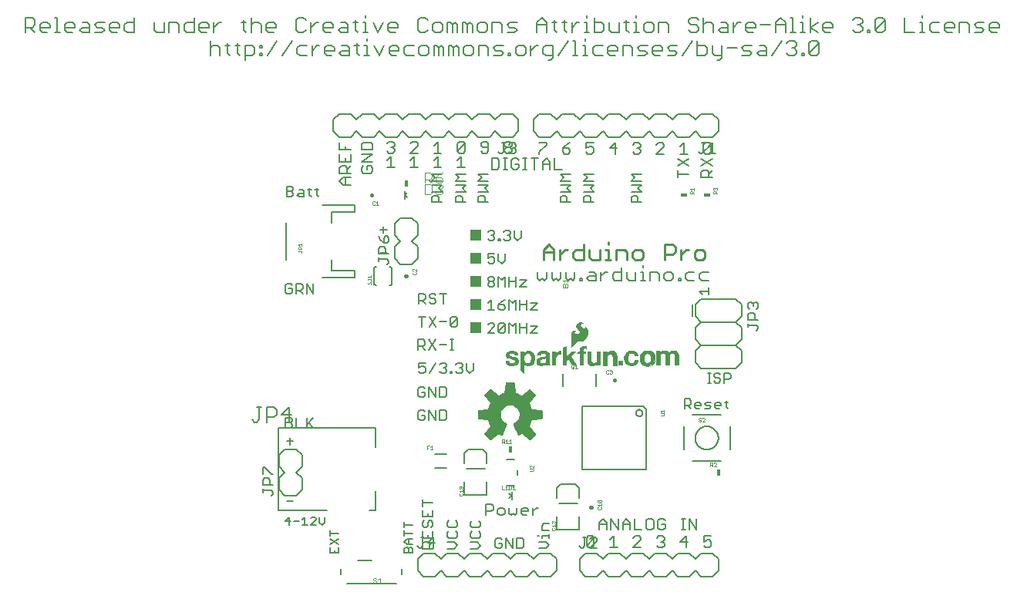
<source format=gbr>
G04 EAGLE Gerber RS-274X export*
G75*
%MOMM*%
%FSLAX34Y34*%
%LPD*%
%INSilkscreen Top*%
%IPPOS*%
%AMOC8*
5,1,8,0,0,1.08239X$1,22.5*%
G01*
%ADD10C,0.152400*%
%ADD11C,0.177800*%
%ADD12C,0.127000*%
%ADD13C,0.228600*%
%ADD14C,0.203200*%
%ADD15R,1.270000X1.270000*%
%ADD16C,0.406400*%
%ADD17C,0.025400*%
%ADD18R,0.406400X0.711200*%
%ADD19C,0.101600*%
%ADD20R,0.495300X0.485100*%
%ADD21R,0.711200X0.406400*%
%ADD22C,0.050800*%

G36*
X275633Y162186D02*
X275633Y162186D01*
X275741Y162196D01*
X275754Y162202D01*
X275768Y162204D01*
X275865Y162252D01*
X275964Y162297D01*
X275977Y162308D01*
X275986Y162312D01*
X276001Y162328D01*
X276078Y162390D01*
X282110Y168422D01*
X282160Y168493D01*
X282165Y168498D01*
X282167Y168501D01*
X282173Y168510D01*
X282239Y168596D01*
X282244Y168609D01*
X282252Y168621D01*
X282283Y168724D01*
X282319Y168827D01*
X282319Y168841D01*
X282323Y168854D01*
X282319Y168962D01*
X282320Y169071D01*
X282315Y169084D01*
X282315Y169098D01*
X282277Y169200D01*
X282242Y169302D01*
X282233Y169317D01*
X282229Y169326D01*
X282215Y169343D01*
X282161Y169425D01*
X275307Y177831D01*
X276345Y179717D01*
X276353Y179739D01*
X276381Y179791D01*
X277398Y182247D01*
X277404Y182270D01*
X277426Y182325D01*
X278025Y184393D01*
X288815Y185490D01*
X288919Y185518D01*
X289025Y185543D01*
X289037Y185550D01*
X289050Y185553D01*
X289140Y185614D01*
X289233Y185671D01*
X289241Y185682D01*
X289253Y185690D01*
X289319Y185776D01*
X289388Y185860D01*
X289392Y185873D01*
X289401Y185884D01*
X289435Y185987D01*
X289474Y186088D01*
X289475Y186106D01*
X289479Y186115D01*
X289479Y186137D01*
X289488Y186235D01*
X289488Y194765D01*
X289471Y194872D01*
X289457Y194980D01*
X289451Y194992D01*
X289449Y195006D01*
X289397Y195102D01*
X289350Y195199D01*
X289340Y195209D01*
X289334Y195221D01*
X289254Y195295D01*
X289178Y195372D01*
X289166Y195378D01*
X289156Y195388D01*
X289057Y195433D01*
X288960Y195481D01*
X288942Y195485D01*
X288933Y195489D01*
X288912Y195491D01*
X288815Y195510D01*
X278025Y196607D01*
X277426Y198675D01*
X277415Y198696D01*
X277398Y198753D01*
X276605Y200669D01*
X276381Y201209D01*
X276368Y201229D01*
X276345Y201283D01*
X275307Y203169D01*
X282161Y211575D01*
X282215Y211669D01*
X282272Y211761D01*
X282275Y211774D01*
X282282Y211786D01*
X282303Y211893D01*
X282328Y211998D01*
X282326Y212012D01*
X282329Y212026D01*
X282314Y212133D01*
X282304Y212241D01*
X282298Y212254D01*
X282296Y212268D01*
X282248Y212365D01*
X282203Y212464D01*
X282192Y212477D01*
X282188Y212486D01*
X282172Y212501D01*
X282110Y212578D01*
X276078Y218610D01*
X275990Y218673D01*
X275904Y218739D01*
X275891Y218744D01*
X275879Y218752D01*
X275776Y218783D01*
X275673Y218819D01*
X275659Y218819D01*
X275646Y218823D01*
X275538Y218819D01*
X275429Y218820D01*
X275416Y218815D01*
X275402Y218815D01*
X275300Y218777D01*
X275198Y218742D01*
X275183Y218733D01*
X275174Y218729D01*
X275157Y218715D01*
X275075Y218661D01*
X266669Y211807D01*
X264783Y212845D01*
X264761Y212853D01*
X264709Y212881D01*
X262253Y213898D01*
X262230Y213904D01*
X262175Y213926D01*
X260107Y214525D01*
X259010Y225315D01*
X258982Y225419D01*
X258957Y225525D01*
X258950Y225537D01*
X258947Y225550D01*
X258886Y225640D01*
X258829Y225733D01*
X258818Y225741D01*
X258810Y225753D01*
X258724Y225819D01*
X258640Y225888D01*
X258627Y225892D01*
X258616Y225901D01*
X258513Y225935D01*
X258412Y225974D01*
X258394Y225975D01*
X258385Y225979D01*
X258363Y225979D01*
X258265Y225988D01*
X249735Y225988D01*
X249628Y225971D01*
X249520Y225957D01*
X249508Y225951D01*
X249494Y225949D01*
X249398Y225897D01*
X249301Y225850D01*
X249291Y225840D01*
X249279Y225834D01*
X249205Y225754D01*
X249128Y225678D01*
X249122Y225666D01*
X249112Y225656D01*
X249067Y225557D01*
X249019Y225460D01*
X249015Y225442D01*
X249011Y225433D01*
X249009Y225412D01*
X248990Y225315D01*
X247893Y214525D01*
X245825Y213926D01*
X245804Y213915D01*
X245747Y213898D01*
X243291Y212881D01*
X243271Y212868D01*
X243217Y212845D01*
X241331Y211807D01*
X232925Y218661D01*
X232831Y218715D01*
X232739Y218772D01*
X232726Y218775D01*
X232714Y218782D01*
X232607Y218803D01*
X232502Y218828D01*
X232488Y218826D01*
X232474Y218829D01*
X232367Y218814D01*
X232259Y218804D01*
X232246Y218798D01*
X232233Y218796D01*
X232135Y218748D01*
X232036Y218703D01*
X232023Y218692D01*
X232014Y218688D01*
X231999Y218672D01*
X231922Y218610D01*
X225890Y212578D01*
X225827Y212490D01*
X225761Y212404D01*
X225756Y212391D01*
X225748Y212379D01*
X225717Y212276D01*
X225681Y212173D01*
X225681Y212159D01*
X225677Y212146D01*
X225681Y212038D01*
X225680Y211929D01*
X225685Y211916D01*
X225685Y211902D01*
X225723Y211800D01*
X225758Y211698D01*
X225767Y211683D01*
X225771Y211674D01*
X225785Y211657D01*
X225839Y211575D01*
X232693Y203169D01*
X231655Y201283D01*
X231647Y201261D01*
X231619Y201209D01*
X230602Y198753D01*
X230596Y198730D01*
X230574Y198675D01*
X229975Y196607D01*
X219185Y195510D01*
X219081Y195482D01*
X218975Y195457D01*
X218963Y195450D01*
X218950Y195447D01*
X218860Y195386D01*
X218767Y195329D01*
X218759Y195318D01*
X218747Y195310D01*
X218681Y195224D01*
X218613Y195140D01*
X218608Y195127D01*
X218599Y195116D01*
X218565Y195013D01*
X218526Y194912D01*
X218525Y194894D01*
X218521Y194885D01*
X218522Y194863D01*
X218512Y194765D01*
X218512Y186235D01*
X218529Y186128D01*
X218543Y186020D01*
X218549Y186008D01*
X218551Y185994D01*
X218603Y185898D01*
X218650Y185801D01*
X218660Y185791D01*
X218666Y185779D01*
X218746Y185705D01*
X218822Y185628D01*
X218834Y185622D01*
X218845Y185612D01*
X218943Y185567D01*
X219040Y185519D01*
X219058Y185515D01*
X219067Y185511D01*
X219088Y185509D01*
X219185Y185490D01*
X229975Y184393D01*
X230574Y182325D01*
X230585Y182304D01*
X230602Y182247D01*
X230657Y182114D01*
X231588Y179867D01*
X231588Y179866D01*
X231619Y179791D01*
X231632Y179771D01*
X231655Y179717D01*
X232693Y177831D01*
X225839Y169425D01*
X225785Y169331D01*
X225728Y169239D01*
X225725Y169226D01*
X225718Y169214D01*
X225697Y169107D01*
X225672Y169002D01*
X225674Y168988D01*
X225671Y168974D01*
X225686Y168867D01*
X225696Y168759D01*
X225702Y168746D01*
X225704Y168733D01*
X225752Y168635D01*
X225797Y168536D01*
X225808Y168523D01*
X225812Y168514D01*
X225828Y168499D01*
X225890Y168422D01*
X231922Y162390D01*
X232010Y162327D01*
X232096Y162261D01*
X232109Y162256D01*
X232121Y162248D01*
X232224Y162217D01*
X232327Y162181D01*
X232341Y162181D01*
X232354Y162177D01*
X232462Y162181D01*
X232571Y162180D01*
X232584Y162185D01*
X232598Y162185D01*
X232700Y162223D01*
X232802Y162258D01*
X232817Y162267D01*
X232826Y162271D01*
X232843Y162285D01*
X232925Y162339D01*
X241325Y169188D01*
X242612Y168456D01*
X242631Y168449D01*
X242667Y168428D01*
X244476Y167589D01*
X244514Y167579D01*
X244550Y167560D01*
X244631Y167546D01*
X244711Y167524D01*
X244751Y167526D01*
X244790Y167520D01*
X244872Y167533D01*
X244955Y167538D01*
X244992Y167553D01*
X245031Y167559D01*
X245104Y167598D01*
X245181Y167629D01*
X245211Y167655D01*
X245247Y167674D01*
X245303Y167734D01*
X245366Y167788D01*
X245386Y167823D01*
X245414Y167852D01*
X245483Y167982D01*
X250506Y180108D01*
X250532Y180220D01*
X250561Y180332D01*
X250560Y180339D01*
X250562Y180346D01*
X250550Y180460D01*
X250541Y180575D01*
X250539Y180581D01*
X250538Y180589D01*
X250490Y180693D01*
X250445Y180799D01*
X250440Y180804D01*
X250437Y180811D01*
X250359Y180895D01*
X250282Y180980D01*
X250274Y180985D01*
X250270Y180989D01*
X250257Y180996D01*
X250158Y181061D01*
X248580Y181876D01*
X247212Y182905D01*
X246036Y184149D01*
X245085Y185573D01*
X244385Y187136D01*
X243958Y188794D01*
X243814Y190496D01*
X243994Y192402D01*
X244525Y194237D01*
X245389Y195940D01*
X246556Y197452D01*
X247985Y198719D01*
X249625Y199698D01*
X251420Y200353D01*
X253305Y200661D01*
X255214Y200613D01*
X257081Y200208D01*
X258839Y199462D01*
X260427Y198401D01*
X261790Y197062D01*
X262878Y195492D01*
X263654Y193747D01*
X264090Y191887D01*
X264172Y189979D01*
X263896Y188089D01*
X263271Y186284D01*
X262321Y184627D01*
X261078Y183176D01*
X259586Y181984D01*
X257836Y181057D01*
X257747Y180990D01*
X257657Y180925D01*
X257650Y180916D01*
X257641Y180910D01*
X257579Y180817D01*
X257514Y180727D01*
X257511Y180716D01*
X257505Y180707D01*
X257476Y180600D01*
X257443Y180494D01*
X257444Y180483D01*
X257441Y180472D01*
X257447Y180360D01*
X257451Y180250D01*
X257455Y180236D01*
X257456Y180228D01*
X257463Y180210D01*
X257494Y180108D01*
X257904Y179117D01*
X258835Y176870D01*
X258835Y176869D01*
X259766Y174622D01*
X259767Y174622D01*
X260698Y172374D01*
X261629Y170126D01*
X262517Y167982D01*
X262538Y167948D01*
X262551Y167911D01*
X262602Y167845D01*
X262646Y167775D01*
X262677Y167750D01*
X262701Y167718D01*
X262770Y167673D01*
X262834Y167620D01*
X262872Y167606D01*
X262905Y167584D01*
X262985Y167563D01*
X263063Y167534D01*
X263103Y167533D01*
X263141Y167523D01*
X263224Y167529D01*
X263306Y167526D01*
X263345Y167538D01*
X263385Y167541D01*
X263524Y167589D01*
X265333Y168428D01*
X265349Y168439D01*
X265388Y168456D01*
X266675Y169188D01*
X275075Y162339D01*
X275169Y162285D01*
X275261Y162228D01*
X275274Y162225D01*
X275286Y162218D01*
X275393Y162197D01*
X275498Y162172D01*
X275512Y162174D01*
X275526Y162171D01*
X275633Y162186D01*
G37*
G36*
X321040Y263680D02*
X321040Y263680D01*
X321044Y263678D01*
X321114Y263714D01*
X321124Y263719D01*
X321125Y263720D01*
X325997Y269202D01*
X326851Y269984D01*
X327841Y270573D01*
X328192Y270700D01*
X328560Y270765D01*
X330835Y270765D01*
X330840Y270767D01*
X330846Y270765D01*
X332210Y270889D01*
X332220Y270895D01*
X332232Y270893D01*
X333551Y271261D01*
X333559Y271269D01*
X333572Y271270D01*
X334802Y271870D01*
X334809Y271877D01*
X334820Y271880D01*
X335977Y272697D01*
X335982Y272705D01*
X335991Y272708D01*
X337022Y273680D01*
X337025Y273688D01*
X337031Y273690D01*
X337031Y273692D01*
X337034Y273693D01*
X337919Y274800D01*
X337921Y274810D01*
X337930Y274817D01*
X338877Y276498D01*
X338878Y276509D01*
X338886Y276519D01*
X339514Y278343D01*
X339513Y278354D01*
X339520Y278365D01*
X339808Y280272D01*
X339805Y280283D01*
X339810Y280295D01*
X339808Y280347D01*
X339800Y280599D01*
X339796Y280725D01*
X339796Y280726D01*
X339788Y280978D01*
X339780Y281231D01*
X339776Y281357D01*
X339768Y281609D01*
X339757Y281988D01*
X339749Y282223D01*
X339745Y282232D01*
X339747Y282244D01*
X339540Y283283D01*
X339535Y283291D01*
X339535Y283302D01*
X339177Y284299D01*
X339171Y284306D01*
X339170Y284317D01*
X338668Y285251D01*
X338659Y285258D01*
X338656Y285270D01*
X337749Y286407D01*
X337738Y286413D01*
X337731Y286426D01*
X336605Y287347D01*
X336562Y287359D01*
X336521Y287375D01*
X336516Y287373D01*
X336510Y287374D01*
X336472Y287353D01*
X336432Y287334D01*
X336429Y287328D01*
X336425Y287326D01*
X336417Y287297D01*
X336399Y287249D01*
X336399Y286369D01*
X336383Y286249D01*
X336339Y286146D01*
X336065Y285807D01*
X335704Y285558D01*
X335530Y285493D01*
X334992Y285435D01*
X334462Y285533D01*
X333974Y285782D01*
X333072Y286433D01*
X332660Y286787D01*
X332309Y287197D01*
X332026Y287655D01*
X331820Y288149D01*
X331761Y288449D01*
X331773Y288752D01*
X331930Y289271D01*
X332216Y289731D01*
X332611Y290101D01*
X333092Y290356D01*
X333582Y290495D01*
X334093Y290552D01*
X334696Y290552D01*
X334697Y290552D01*
X334719Y290561D01*
X334787Y290590D01*
X334822Y290682D01*
X334818Y290691D01*
X334784Y290767D01*
X334782Y290770D01*
X334781Y290771D01*
X334780Y290772D01*
X334759Y290792D01*
X334752Y290795D01*
X334748Y290803D01*
X334313Y291141D01*
X334298Y291145D01*
X334286Y291157D01*
X333782Y291378D01*
X333781Y291378D01*
X333425Y291530D01*
X333197Y291631D01*
X333187Y291632D01*
X333177Y291638D01*
X332299Y291858D01*
X332290Y291857D01*
X332280Y291861D01*
X331380Y291947D01*
X331370Y291943D01*
X331358Y291947D01*
X330490Y291881D01*
X330479Y291875D01*
X330466Y291876D01*
X329626Y291645D01*
X329616Y291637D01*
X329603Y291636D01*
X328823Y291248D01*
X328816Y291240D01*
X328805Y291237D01*
X328028Y290677D01*
X328024Y290670D01*
X328015Y290666D01*
X327319Y290008D01*
X327314Y289997D01*
X327303Y289989D01*
X326872Y289386D01*
X326869Y289371D01*
X326857Y289358D01*
X326590Y288666D01*
X326590Y288650D01*
X326582Y288635D01*
X326495Y287898D01*
X326500Y287883D01*
X326496Y287866D01*
X326595Y287131D01*
X326603Y287118D01*
X326603Y287101D01*
X326883Y286413D01*
X326892Y286404D01*
X326895Y286390D01*
X328082Y284632D01*
X328090Y284627D01*
X328094Y284616D01*
X329547Y283075D01*
X329917Y282640D01*
X330157Y282137D01*
X330259Y281589D01*
X330216Y281033D01*
X330030Y280508D01*
X329715Y280048D01*
X329290Y279683D01*
X328747Y279390D01*
X328161Y279192D01*
X327551Y279095D01*
X326840Y279130D01*
X326162Y279337D01*
X325556Y279702D01*
X325243Y280030D01*
X325037Y280434D01*
X324944Y280850D01*
X324944Y281278D01*
X325037Y281693D01*
X325109Y281831D01*
X325227Y281945D01*
X326051Y282544D01*
X326184Y282615D01*
X326322Y282643D01*
X326480Y282627D01*
X326523Y282641D01*
X326568Y282652D01*
X326570Y282656D01*
X326574Y282657D01*
X326594Y282698D01*
X326617Y282737D01*
X326616Y282741D01*
X326618Y282745D01*
X326603Y282788D01*
X326590Y282832D01*
X326587Y282834D01*
X326586Y282838D01*
X326548Y282857D01*
X326512Y282878D01*
X326029Y282954D01*
X326024Y282953D01*
X326019Y282955D01*
X325079Y283028D01*
X325070Y283025D01*
X325059Y283028D01*
X324119Y282955D01*
X324109Y282950D01*
X324097Y282951D01*
X323398Y282767D01*
X323388Y282759D01*
X323374Y282758D01*
X322726Y282437D01*
X322718Y282428D01*
X322704Y282424D01*
X322134Y281979D01*
X322128Y281968D01*
X322116Y281962D01*
X321646Y281412D01*
X321642Y281400D01*
X321631Y281391D01*
X321230Y280659D01*
X321229Y280646D01*
X321220Y280635D01*
X320980Y279836D01*
X320981Y279823D01*
X320975Y279810D01*
X320905Y278979D01*
X320907Y278973D01*
X320905Y278968D01*
X320905Y263804D01*
X320907Y263799D01*
X320905Y263795D01*
X320926Y263755D01*
X320943Y263713D01*
X320948Y263712D01*
X320950Y263707D01*
X320993Y263694D01*
X321035Y263678D01*
X321040Y263680D01*
G37*
G36*
X269627Y235003D02*
X269627Y235003D01*
X269630Y235002D01*
X269672Y235023D01*
X269714Y235043D01*
X269715Y235045D01*
X269717Y235046D01*
X269724Y235068D01*
X269747Y235128D01*
X269747Y246232D01*
X269748Y246230D01*
X270268Y245514D01*
X270279Y245507D01*
X270286Y245494D01*
X270946Y244904D01*
X270958Y244900D01*
X270968Y244889D01*
X271737Y244452D01*
X271750Y244450D01*
X271762Y244441D01*
X272606Y244177D01*
X272617Y244178D01*
X272628Y244172D01*
X273845Y244017D01*
X273854Y244019D01*
X273863Y244016D01*
X275090Y244033D01*
X275098Y244036D01*
X275108Y244034D01*
X276320Y244223D01*
X276329Y244228D01*
X276340Y244228D01*
X277259Y244522D01*
X277267Y244529D01*
X277279Y244531D01*
X278135Y244977D01*
X278141Y244985D01*
X278153Y244988D01*
X278921Y245573D01*
X278926Y245582D01*
X278937Y245587D01*
X279594Y246294D01*
X279598Y246304D01*
X279608Y246311D01*
X280380Y247496D01*
X280382Y247506D01*
X280390Y247515D01*
X280946Y248815D01*
X280946Y248826D01*
X280953Y248836D01*
X281276Y250212D01*
X281274Y250223D01*
X281279Y250234D01*
X281397Y252449D01*
X281393Y252460D01*
X281396Y252472D01*
X281113Y254672D01*
X281108Y254682D01*
X281108Y254694D01*
X280434Y256807D01*
X280426Y256817D01*
X280424Y256830D01*
X279845Y257871D01*
X279834Y257879D01*
X279829Y257893D01*
X279037Y258783D01*
X279028Y258788D01*
X279021Y258798D01*
X278197Y259451D01*
X278189Y259453D01*
X278183Y259460D01*
X277281Y260001D01*
X277271Y260003D01*
X277262Y260011D01*
X276238Y260411D01*
X276225Y260411D01*
X276213Y260418D01*
X275128Y260601D01*
X275117Y260599D01*
X275105Y260603D01*
X273124Y260578D01*
X273113Y260573D01*
X273100Y260576D01*
X272618Y260474D01*
X272609Y260467D01*
X272597Y260467D01*
X271276Y259934D01*
X271269Y259927D01*
X271259Y259926D01*
X270865Y259693D01*
X270858Y259684D01*
X270846Y259679D01*
X270503Y259378D01*
X270500Y259372D01*
X270493Y259369D01*
X269604Y258404D01*
X269604Y258403D01*
X269603Y258402D01*
X269469Y258253D01*
X269493Y260170D01*
X269487Y260185D01*
X269490Y260199D01*
X269470Y260228D01*
X269456Y260262D01*
X269442Y260267D01*
X269433Y260280D01*
X269392Y260287D01*
X269365Y260298D01*
X269355Y260294D01*
X269344Y260296D01*
X265458Y259560D01*
X265424Y259538D01*
X265388Y259521D01*
X265384Y259511D01*
X265376Y259505D01*
X265370Y259476D01*
X265355Y259436D01*
X265355Y238862D01*
X265357Y238856D01*
X265355Y238849D01*
X265384Y238792D01*
X265393Y238771D01*
X265395Y238770D01*
X265396Y238768D01*
X269536Y235034D01*
X269581Y235019D01*
X269625Y235002D01*
X269627Y235003D01*
G37*
G36*
X429135Y244350D02*
X429135Y244350D01*
X429137Y244349D01*
X429180Y244369D01*
X429224Y244387D01*
X429224Y244389D01*
X429226Y244390D01*
X429259Y244475D01*
X429259Y253996D01*
X429334Y255099D01*
X429483Y255738D01*
X429756Y256333D01*
X430141Y256861D01*
X430459Y257147D01*
X430832Y257357D01*
X431241Y257483D01*
X432144Y257575D01*
X433048Y257507D01*
X433496Y257379D01*
X433902Y257153D01*
X434062Y257007D01*
X434245Y256840D01*
X434506Y256456D01*
X434818Y255634D01*
X434925Y254754D01*
X434925Y244475D01*
X434926Y244473D01*
X434925Y244471D01*
X434945Y244428D01*
X434963Y244384D01*
X434965Y244384D01*
X434966Y244382D01*
X435051Y244349D01*
X439293Y244349D01*
X439295Y244350D01*
X439297Y244349D01*
X439340Y244369D01*
X439384Y244387D01*
X439384Y244389D01*
X439386Y244390D01*
X439419Y244475D01*
X439419Y256057D01*
X439416Y256066D01*
X439418Y256076D01*
X439249Y257172D01*
X439243Y257183D01*
X439243Y257197D01*
X438857Y258236D01*
X438848Y258245D01*
X438845Y258259D01*
X438257Y259198D01*
X438246Y259206D01*
X438241Y259219D01*
X437595Y259883D01*
X437583Y259888D01*
X437574Y259901D01*
X436800Y260408D01*
X436786Y260410D01*
X436775Y260421D01*
X435909Y260747D01*
X435898Y260747D01*
X435888Y260753D01*
X434628Y261002D01*
X434622Y261000D01*
X434614Y261004D01*
X433335Y261111D01*
X433325Y261108D01*
X433315Y261111D01*
X432421Y261050D01*
X432411Y261044D01*
X432397Y261046D01*
X431532Y260814D01*
X431522Y260807D01*
X431509Y260806D01*
X430704Y260412D01*
X430697Y260405D01*
X430685Y260402D01*
X429796Y259764D01*
X429792Y259756D01*
X429782Y259752D01*
X428994Y258993D01*
X428993Y258990D01*
X428990Y258989D01*
X428535Y258508D01*
X428493Y258466D01*
X428113Y259124D01*
X428103Y259131D01*
X428099Y259144D01*
X427517Y259813D01*
X427506Y259818D01*
X427499Y259830D01*
X426801Y260376D01*
X426789Y260379D01*
X426780Y260389D01*
X425990Y260792D01*
X425978Y260793D01*
X425967Y260802D01*
X425044Y261062D01*
X425032Y261061D01*
X425019Y261067D01*
X424062Y261136D01*
X424052Y261133D01*
X424041Y261136D01*
X422669Y261009D01*
X422662Y261005D01*
X422652Y261006D01*
X421560Y260752D01*
X421550Y260745D01*
X421537Y260744D01*
X420647Y260340D01*
X420637Y260328D01*
X420621Y260323D01*
X419859Y259711D01*
X419855Y259704D01*
X419847Y259701D01*
X419737Y259587D01*
X419615Y259460D01*
X419614Y259460D01*
X419492Y259334D01*
X419370Y259208D01*
X419248Y259082D01*
X419126Y258955D01*
X419125Y258955D01*
X419085Y258914D01*
X419083Y258907D01*
X419076Y258903D01*
X418774Y258507D01*
X418743Y258500D01*
X418743Y260553D01*
X418742Y260555D01*
X418743Y260557D01*
X418723Y260600D01*
X418705Y260644D01*
X418703Y260644D01*
X418702Y260646D01*
X418617Y260679D01*
X414630Y260679D01*
X414628Y260678D01*
X414626Y260679D01*
X414583Y260659D01*
X414539Y260641D01*
X414539Y260639D01*
X414537Y260638D01*
X414504Y260553D01*
X414504Y244500D01*
X414505Y244498D01*
X414504Y244496D01*
X414524Y244453D01*
X414542Y244409D01*
X414544Y244409D01*
X414545Y244407D01*
X414630Y244374D01*
X418948Y244374D01*
X418950Y244375D01*
X418952Y244374D01*
X418995Y244394D01*
X419039Y244412D01*
X419039Y244414D01*
X419041Y244415D01*
X419074Y244500D01*
X419074Y254305D01*
X419073Y254308D01*
X419074Y254311D01*
X419044Y254933D01*
X419176Y255524D01*
X419459Y256062D01*
X420279Y257006D01*
X420633Y257272D01*
X421037Y257450D01*
X421477Y257532D01*
X422325Y257582D01*
X422802Y257550D01*
X423253Y257414D01*
X423661Y257181D01*
X424008Y256863D01*
X424378Y256316D01*
X424609Y255697D01*
X424689Y255034D01*
X424689Y244475D01*
X424690Y244473D01*
X424689Y244471D01*
X424709Y244428D01*
X424727Y244384D01*
X424729Y244384D01*
X424730Y244382D01*
X424815Y244349D01*
X429133Y244349D01*
X429135Y244350D01*
G37*
G36*
X288814Y243985D02*
X288814Y243985D01*
X288825Y243982D01*
X290443Y244223D01*
X290452Y244229D01*
X290465Y244228D01*
X291500Y244581D01*
X291509Y244588D01*
X291521Y244590D01*
X292472Y245130D01*
X292480Y245139D01*
X292492Y245144D01*
X293319Y245847D01*
X293343Y245863D01*
X293352Y245864D01*
X293360Y245862D01*
X293367Y245856D01*
X293376Y245833D01*
X293603Y244804D01*
X293605Y244801D01*
X293604Y244798D01*
X293680Y244518D01*
X293691Y244504D01*
X293695Y244485D01*
X293716Y244449D01*
X293740Y244432D01*
X293767Y244403D01*
X293804Y244384D01*
X293834Y244382D01*
X293872Y244371D01*
X293908Y244374D01*
X297942Y244374D01*
X297965Y244383D01*
X297990Y244383D01*
X298008Y244402D01*
X298033Y244412D01*
X298042Y244435D01*
X298059Y244453D01*
X298060Y244482D01*
X298068Y244504D01*
X298060Y244522D01*
X298060Y244544D01*
X297986Y244743D01*
X297637Y246038D01*
X297535Y247375D01*
X297560Y251713D01*
X297559Y251716D01*
X297560Y251718D01*
X297540Y251761D01*
X297527Y251794D01*
X297535Y251816D01*
X297535Y256642D01*
X297532Y256649D01*
X297534Y256658D01*
X297443Y257393D01*
X297436Y257406D01*
X297436Y257423D01*
X297169Y258114D01*
X297158Y258124D01*
X297154Y258141D01*
X296727Y258746D01*
X296714Y258754D01*
X296706Y258769D01*
X296144Y259252D01*
X296131Y259256D01*
X296121Y259267D01*
X294818Y259961D01*
X294806Y259962D01*
X294795Y259970D01*
X293381Y260395D01*
X293371Y260394D01*
X293362Y260399D01*
X291623Y260629D01*
X291615Y260627D01*
X291607Y260630D01*
X289853Y260638D01*
X289846Y260635D01*
X289837Y260638D01*
X288097Y260424D01*
X288089Y260420D01*
X288079Y260421D01*
X286850Y260087D01*
X286842Y260080D01*
X286831Y260080D01*
X285673Y259551D01*
X285665Y259542D01*
X285652Y259539D01*
X284835Y258965D01*
X284828Y258954D01*
X284815Y258948D01*
X284132Y258218D01*
X284129Y258209D01*
X284127Y258209D01*
X284125Y258204D01*
X284116Y258197D01*
X283597Y257344D01*
X283595Y257331D01*
X283585Y257320D01*
X283251Y256379D01*
X283252Y256366D01*
X283245Y256353D01*
X283123Y255462D01*
X283120Y255460D01*
X283119Y255460D01*
X283100Y255411D01*
X283084Y255368D01*
X283086Y255363D01*
X283119Y255285D01*
X283144Y255259D01*
X283184Y255241D01*
X283222Y255220D01*
X283228Y255222D01*
X283235Y255220D01*
X283275Y255237D01*
X283305Y255246D01*
X287452Y255246D01*
X287454Y255247D01*
X287456Y255246D01*
X287499Y255266D01*
X287543Y255284D01*
X287543Y255286D01*
X287545Y255287D01*
X287578Y255372D01*
X287578Y255415D01*
X287641Y255946D01*
X287825Y256441D01*
X288120Y256879D01*
X288510Y257235D01*
X288974Y257490D01*
X289535Y257655D01*
X290122Y257709D01*
X291477Y257659D01*
X291846Y257598D01*
X292192Y257470D01*
X292506Y257277D01*
X292759Y257043D01*
X292958Y256764D01*
X293097Y256450D01*
X293208Y255929D01*
X293208Y255398D01*
X293097Y254877D01*
X293055Y254780D01*
X292995Y254693D01*
X292711Y254432D01*
X292283Y254186D01*
X291814Y254021D01*
X290508Y253795D01*
X288302Y253567D01*
X288298Y253564D01*
X288293Y253565D01*
X286756Y253287D01*
X286748Y253283D01*
X286739Y253283D01*
X285254Y252799D01*
X285246Y252792D01*
X285234Y252791D01*
X284538Y252425D01*
X284530Y252415D01*
X284517Y252411D01*
X283907Y251913D01*
X283901Y251902D01*
X283891Y251896D01*
X283890Y251896D01*
X283889Y251895D01*
X283391Y251286D01*
X283387Y251273D01*
X283376Y251262D01*
X282947Y250400D01*
X282946Y250385D01*
X282937Y250371D01*
X282731Y249430D01*
X282733Y249417D01*
X282728Y249403D01*
X282725Y248342D01*
X282730Y248332D01*
X282727Y248319D01*
X282916Y247275D01*
X282922Y247266D01*
X282922Y247253D01*
X283295Y246260D01*
X283303Y246251D01*
X283305Y246239D01*
X283597Y245756D01*
X283606Y245749D01*
X283611Y245737D01*
X283988Y245317D01*
X283999Y245312D01*
X284006Y245301D01*
X284454Y244959D01*
X284467Y244955D01*
X284477Y244945D01*
X285746Y244339D01*
X285759Y244339D01*
X285772Y244330D01*
X287144Y244022D01*
X287156Y244024D01*
X287169Y244019D01*
X288804Y243981D01*
X288814Y243985D01*
G37*
G36*
X316181Y244248D02*
X316181Y244248D01*
X316183Y244247D01*
X316226Y244267D01*
X316270Y244285D01*
X316270Y244287D01*
X316272Y244288D01*
X316305Y244373D01*
X316305Y249781D01*
X317960Y251388D01*
X322193Y244410D01*
X322208Y244399D01*
X322216Y244382D01*
X322250Y244369D01*
X322273Y244352D01*
X322286Y244354D01*
X322300Y244349D01*
X327380Y244324D01*
X327416Y244339D01*
X327454Y244347D01*
X327460Y244357D01*
X327471Y244362D01*
X327486Y244398D01*
X327506Y244431D01*
X327503Y244443D01*
X327507Y244453D01*
X327495Y244481D01*
X327486Y244520D01*
X320889Y254415D01*
X326580Y259981D01*
X326581Y259982D01*
X326583Y259983D01*
X326600Y260028D01*
X326618Y260072D01*
X326618Y260073D01*
X326618Y260075D01*
X326598Y260118D01*
X326579Y260162D01*
X326578Y260163D01*
X326577Y260164D01*
X326492Y260197D01*
X321818Y260197D01*
X321815Y260196D01*
X321812Y260197D01*
X321729Y260160D01*
X316254Y254686D01*
X316254Y266116D01*
X316241Y266148D01*
X316236Y266182D01*
X316222Y266192D01*
X316216Y266207D01*
X316184Y266219D01*
X316155Y266239D01*
X316138Y266237D01*
X316124Y266242D01*
X316099Y266231D01*
X316065Y266226D01*
X311925Y263864D01*
X311913Y263847D01*
X311895Y263839D01*
X311882Y263807D01*
X311866Y263785D01*
X311868Y263770D01*
X311862Y263754D01*
X311862Y244424D01*
X311863Y244421D01*
X311862Y244418D01*
X311899Y244335D01*
X311950Y244284D01*
X311953Y244283D01*
X311954Y244280D01*
X312039Y244247D01*
X316179Y244247D01*
X316181Y244248D01*
G37*
G36*
X345108Y243973D02*
X345108Y243973D01*
X345115Y243976D01*
X345124Y243975D01*
X346602Y244198D01*
X346610Y244203D01*
X346620Y244202D01*
X346882Y244283D01*
X346890Y244289D01*
X346902Y244291D01*
X347147Y244413D01*
X347154Y244420D01*
X347164Y244423D01*
X348094Y245082D01*
X348099Y245090D01*
X348108Y245093D01*
X348935Y245878D01*
X348938Y245886D01*
X348947Y245891D01*
X349454Y246532D01*
X349454Y244475D01*
X349455Y244473D01*
X349454Y244471D01*
X349474Y244428D01*
X349492Y244384D01*
X349494Y244384D01*
X349495Y244382D01*
X349580Y244349D01*
X353593Y244349D01*
X353595Y244350D01*
X353597Y244349D01*
X353640Y244369D01*
X353684Y244387D01*
X353684Y244389D01*
X353686Y244390D01*
X353719Y244475D01*
X353719Y260096D01*
X353718Y260098D01*
X353719Y260100D01*
X353699Y260143D01*
X353681Y260187D01*
X353679Y260187D01*
X353678Y260189D01*
X353593Y260222D01*
X349377Y260222D01*
X349375Y260221D01*
X349373Y260222D01*
X349330Y260202D01*
X349286Y260184D01*
X349286Y260182D01*
X349284Y260181D01*
X349251Y260096D01*
X349251Y251794D01*
X349175Y250564D01*
X348950Y249360D01*
X348741Y248810D01*
X348414Y248325D01*
X347983Y247928D01*
X347473Y247640D01*
X346782Y247428D01*
X346061Y247361D01*
X345342Y247441D01*
X344653Y247664D01*
X344258Y247889D01*
X343917Y248190D01*
X343645Y248552D01*
X343302Y249320D01*
X343153Y250150D01*
X343153Y260147D01*
X343152Y260149D01*
X343153Y260151D01*
X343133Y260194D01*
X343115Y260238D01*
X343113Y260238D01*
X343112Y260240D01*
X343027Y260273D01*
X338887Y260273D01*
X338885Y260272D01*
X338883Y260273D01*
X338840Y260253D01*
X338796Y260235D01*
X338796Y260233D01*
X338794Y260232D01*
X338761Y260147D01*
X338761Y249352D01*
X338763Y249347D01*
X338761Y249340D01*
X338862Y248241D01*
X338867Y248232D01*
X338867Y248231D01*
X338868Y248229D01*
X338866Y248218D01*
X339166Y247155D01*
X339173Y247146D01*
X339174Y247133D01*
X339662Y246143D01*
X339671Y246135D01*
X339675Y246123D01*
X340335Y245238D01*
X340345Y245231D01*
X340352Y245219D01*
X340606Y244991D01*
X340614Y244988D01*
X340615Y244986D01*
X340620Y244984D01*
X340626Y244976D01*
X341528Y244450D01*
X341540Y244449D01*
X341550Y244440D01*
X342536Y244097D01*
X342548Y244098D01*
X342560Y244091D01*
X343593Y243944D01*
X343603Y243947D01*
X343614Y243943D01*
X345108Y243973D01*
G37*
G36*
X360301Y244274D02*
X360301Y244274D01*
X360303Y244273D01*
X360346Y244293D01*
X360390Y244311D01*
X360390Y244313D01*
X360392Y244314D01*
X360425Y244399D01*
X360425Y253765D01*
X360506Y254548D01*
X360722Y255298D01*
X361085Y255977D01*
X361602Y256546D01*
X362059Y256860D01*
X362575Y257064D01*
X363131Y257151D01*
X364236Y257201D01*
X364552Y257184D01*
X364852Y257107D01*
X365287Y256890D01*
X365661Y256581D01*
X365957Y256194D01*
X366267Y255552D01*
X366458Y254864D01*
X366523Y254146D01*
X366523Y244500D01*
X366524Y244498D01*
X366523Y244496D01*
X366543Y244453D01*
X366561Y244409D01*
X366563Y244409D01*
X366564Y244407D01*
X366649Y244374D01*
X370738Y244374D01*
X370740Y244375D01*
X370742Y244374D01*
X370785Y244394D01*
X370829Y244412D01*
X370829Y244414D01*
X370831Y244415D01*
X370864Y244500D01*
X370864Y255041D01*
X370862Y255046D01*
X370864Y255051D01*
X370774Y256180D01*
X370770Y256188D01*
X370771Y256197D01*
X370531Y257304D01*
X370526Y257312D01*
X370526Y257322D01*
X370257Y258027D01*
X370249Y258035D01*
X370247Y258047D01*
X369863Y258696D01*
X369854Y258702D01*
X369850Y258714D01*
X369361Y259289D01*
X369350Y259294D01*
X369343Y259306D01*
X368558Y259924D01*
X368545Y259927D01*
X368534Y259939D01*
X367629Y260361D01*
X367615Y260362D01*
X367601Y260370D01*
X366624Y260576D01*
X366613Y260573D01*
X366601Y260578D01*
X364595Y260628D01*
X364585Y260624D01*
X364574Y260627D01*
X363522Y260472D01*
X363511Y260465D01*
X363497Y260465D01*
X362500Y260096D01*
X362490Y260087D01*
X362476Y260084D01*
X361578Y259517D01*
X361571Y259508D01*
X361560Y259504D01*
X361099Y259088D01*
X361096Y259080D01*
X361088Y259076D01*
X360686Y258603D01*
X360684Y258598D01*
X360680Y258596D01*
X360403Y258218D01*
X360289Y258082D01*
X360247Y258053D01*
X360247Y260121D01*
X360246Y260123D01*
X360247Y260125D01*
X360227Y260168D01*
X360209Y260212D01*
X360207Y260212D01*
X360206Y260214D01*
X360121Y260247D01*
X356083Y260247D01*
X356081Y260246D01*
X356079Y260247D01*
X356036Y260227D01*
X355992Y260209D01*
X355992Y260207D01*
X355990Y260206D01*
X355957Y260121D01*
X355957Y244399D01*
X355958Y244397D01*
X355957Y244395D01*
X355977Y244352D01*
X355995Y244308D01*
X355997Y244308D01*
X355998Y244306D01*
X356083Y244273D01*
X360299Y244273D01*
X360301Y244274D01*
G37*
G36*
X406896Y244451D02*
X406896Y244451D01*
X406908Y244458D01*
X406924Y244458D01*
X408778Y245093D01*
X408791Y245104D01*
X408810Y245109D01*
X409927Y245896D01*
X409932Y245904D01*
X409941Y245908D01*
X411135Y247051D01*
X411141Y247065D01*
X411155Y247075D01*
X411968Y248370D01*
X411971Y248387D01*
X411983Y248403D01*
X412669Y250867D01*
X412667Y250877D01*
X412672Y250886D01*
X412926Y252994D01*
X412922Y253009D01*
X412926Y253025D01*
X412646Y255210D01*
X412637Y255225D01*
X412636Y255245D01*
X411595Y257582D01*
X411582Y257594D01*
X411576Y257613D01*
X410484Y258883D01*
X410470Y258890D01*
X410460Y258905D01*
X408479Y260276D01*
X408463Y260279D01*
X408448Y260291D01*
X406822Y260850D01*
X406809Y260850D01*
X406797Y260856D01*
X404790Y261110D01*
X404781Y261108D01*
X404772Y261111D01*
X404735Y261095D01*
X404695Y261084D01*
X404691Y261075D01*
X404682Y261071D01*
X404662Y261022D01*
X404648Y260997D01*
X404650Y260992D01*
X404648Y260987D01*
X404598Y258015D01*
X404599Y258012D01*
X404598Y258009D01*
X404617Y257967D01*
X404635Y257924D01*
X404638Y257923D01*
X404639Y257920D01*
X404724Y257887D01*
X404820Y257887D01*
X406007Y257788D01*
X406960Y257275D01*
X407794Y256466D01*
X408538Y254854D01*
X408789Y252925D01*
X408789Y251500D01*
X408414Y249952D01*
X407871Y248742D01*
X406792Y247761D01*
X405041Y247169D01*
X403293Y247391D01*
X401645Y248399D01*
X401107Y249426D01*
X400733Y250575D01*
X400558Y251823D01*
X400608Y253682D01*
X400882Y255156D01*
X401278Y256045D01*
X402066Y257129D01*
X403214Y257764D01*
X404309Y257914D01*
X404346Y257936D01*
X404385Y257954D01*
X404388Y257961D01*
X404394Y257964D01*
X404401Y257994D01*
X404418Y258039D01*
X404418Y260960D01*
X404407Y260987D01*
X404405Y261016D01*
X404388Y261032D01*
X404380Y261051D01*
X404358Y261059D01*
X404338Y261077D01*
X404211Y261127D01*
X404189Y261127D01*
X404165Y261136D01*
X404114Y261136D01*
X404107Y261133D01*
X404099Y261135D01*
X402626Y260958D01*
X402608Y260948D01*
X402585Y260946D01*
X399207Y259269D01*
X399190Y259250D01*
X399164Y259234D01*
X397030Y256516D01*
X397023Y256492D01*
X397006Y256466D01*
X396193Y252910D01*
X396197Y252888D01*
X396191Y252862D01*
X396801Y248976D01*
X396814Y248956D01*
X396820Y248928D01*
X398420Y246439D01*
X398441Y246424D01*
X398459Y246400D01*
X401304Y244622D01*
X401328Y244618D01*
X401354Y244604D01*
X404351Y244198D01*
X404365Y244202D01*
X404381Y244197D01*
X406896Y244451D01*
G37*
G36*
X257719Y244040D02*
X257719Y244040D01*
X257725Y244042D01*
X257732Y244041D01*
X259046Y244223D01*
X259054Y244227D01*
X259063Y244227D01*
X260063Y244509D01*
X260072Y244516D01*
X260084Y244517D01*
X261019Y244968D01*
X261026Y244976D01*
X261038Y244979D01*
X261882Y245585D01*
X261887Y245595D01*
X261898Y245600D01*
X262624Y246343D01*
X262628Y246353D01*
X262639Y246361D01*
X263018Y246925D01*
X263020Y246936D01*
X263029Y246946D01*
X263295Y247571D01*
X263295Y247583D01*
X263303Y247594D01*
X263445Y248258D01*
X263444Y248267D01*
X263448Y248276D01*
X263524Y249317D01*
X263521Y249326D01*
X263524Y249337D01*
X263430Y250392D01*
X263423Y250405D01*
X263423Y250421D01*
X263086Y251424D01*
X263077Y251435D01*
X263074Y251450D01*
X262822Y251862D01*
X262812Y251869D01*
X262806Y251883D01*
X262474Y252233D01*
X262463Y252237D01*
X262457Y252248D01*
X261765Y252756D01*
X261757Y252758D01*
X261750Y252766D01*
X260994Y253171D01*
X260985Y253172D01*
X260978Y253178D01*
X259322Y253788D01*
X259314Y253788D01*
X259306Y253793D01*
X257583Y254174D01*
X257582Y254174D01*
X257581Y254175D01*
X255558Y254579D01*
X254806Y254851D01*
X254131Y255267D01*
X253848Y255560D01*
X253664Y255921D01*
X253599Y256290D01*
X253647Y256662D01*
X253802Y257004D01*
X254035Y257272D01*
X254336Y257467D01*
X254760Y257624D01*
X255209Y257709D01*
X256058Y257753D01*
X256905Y257709D01*
X257401Y257611D01*
X257868Y257422D01*
X258291Y257151D01*
X258566Y256887D01*
X258784Y256574D01*
X258934Y256222D01*
X258989Y255979D01*
X259005Y255719D01*
X259026Y255677D01*
X259046Y255634D01*
X259048Y255633D01*
X259049Y255631D01*
X259068Y255625D01*
X259131Y255601D01*
X263017Y255601D01*
X263026Y255604D01*
X263034Y255602D01*
X263070Y255623D01*
X263108Y255639D01*
X263111Y255648D01*
X263119Y255653D01*
X263133Y255704D01*
X263143Y255731D01*
X263141Y255735D01*
X263142Y255738D01*
X263142Y255739D01*
X263143Y255740D01*
X263067Y256451D01*
X263061Y256461D01*
X263063Y256472D01*
X263058Y256478D01*
X263058Y256485D01*
X263066Y256498D01*
X263060Y256522D01*
X263063Y256531D01*
X263059Y256539D01*
X263060Y256558D01*
X262857Y257116D01*
X262853Y257120D01*
X262853Y257125D01*
X262497Y257913D01*
X262490Y257919D01*
X262488Y257930D01*
X262202Y258372D01*
X262194Y258377D01*
X262190Y258387D01*
X261842Y258783D01*
X261832Y258787D01*
X261825Y258798D01*
X260866Y259555D01*
X260853Y259559D01*
X260843Y259569D01*
X259746Y260107D01*
X259734Y260108D01*
X259723Y260116D01*
X258372Y260484D01*
X258362Y260483D01*
X258352Y260488D01*
X256959Y260628D01*
X256953Y260626D01*
X256946Y260628D01*
X255143Y260628D01*
X255137Y260626D01*
X255129Y260628D01*
X253700Y260473D01*
X253690Y260467D01*
X253677Y260468D01*
X252299Y260057D01*
X252290Y260050D01*
X252278Y260049D01*
X250997Y259395D01*
X250989Y259386D01*
X250977Y259383D01*
X250501Y259014D01*
X250495Y259003D01*
X250483Y258997D01*
X250089Y258542D01*
X250085Y258531D01*
X250074Y258522D01*
X249775Y258000D01*
X249774Y257987D01*
X249765Y257977D01*
X249407Y256893D01*
X249408Y256881D01*
X249402Y256868D01*
X249273Y255734D01*
X249276Y255722D01*
X249273Y255708D01*
X249378Y254572D01*
X249384Y254561D01*
X249383Y254547D01*
X249535Y254058D01*
X249543Y254048D01*
X249545Y254034D01*
X249794Y253587D01*
X249805Y253579D01*
X249809Y253565D01*
X250146Y253180D01*
X250156Y253175D01*
X250162Y253164D01*
X250839Y252627D01*
X250848Y252624D01*
X250855Y252616D01*
X251606Y252189D01*
X251615Y252188D01*
X251623Y252181D01*
X252431Y251875D01*
X252439Y251875D01*
X252447Y251870D01*
X256078Y251007D01*
X257252Y250701D01*
X258359Y250231D01*
X258695Y250000D01*
X258961Y249696D01*
X259141Y249334D01*
X259226Y248939D01*
X259209Y248535D01*
X259092Y248150D01*
X258884Y247805D01*
X258596Y247521D01*
X258083Y247209D01*
X257516Y247012D01*
X256913Y246938D01*
X255583Y246938D01*
X255021Y247011D01*
X254434Y247228D01*
X253907Y247565D01*
X253465Y248008D01*
X253210Y248422D01*
X253063Y248884D01*
X253034Y249381D01*
X253034Y249428D01*
X253033Y249430D01*
X253034Y249432D01*
X253014Y249475D01*
X252996Y249519D01*
X252994Y249519D01*
X252993Y249521D01*
X252908Y249554D01*
X249047Y249554D01*
X249041Y249552D01*
X249034Y249554D01*
X249022Y249547D01*
X249008Y249548D01*
X249006Y249547D01*
X249005Y249547D01*
X248983Y249527D01*
X248956Y249516D01*
X248954Y249509D01*
X248948Y249506D01*
X248943Y249492D01*
X248933Y249483D01*
X248933Y249482D01*
X248932Y249480D01*
X248931Y249453D01*
X248929Y249446D01*
X248921Y249424D01*
X248922Y249422D01*
X248921Y249419D01*
X248946Y249063D01*
X248949Y249057D01*
X248948Y249050D01*
X249050Y248466D01*
X249055Y248458D01*
X249054Y248447D01*
X249486Y247177D01*
X249493Y247170D01*
X249494Y247160D01*
X249803Y246564D01*
X249813Y246557D01*
X249817Y246544D01*
X250237Y246020D01*
X250248Y246015D01*
X250254Y246003D01*
X250769Y245572D01*
X250777Y245570D01*
X250782Y245563D01*
X251976Y244801D01*
X251984Y244799D01*
X251991Y244792D01*
X252848Y244395D01*
X252861Y244394D01*
X252873Y244386D01*
X253794Y244174D01*
X253803Y244176D01*
X253813Y244171D01*
X256379Y243993D01*
X256386Y243995D01*
X256392Y243993D01*
X257719Y244040D01*
G37*
G36*
X387783Y243996D02*
X387783Y243996D01*
X387792Y243993D01*
X388975Y244089D01*
X388984Y244093D01*
X388995Y244092D01*
X390148Y244374D01*
X390156Y244380D01*
X390167Y244380D01*
X391260Y244842D01*
X391268Y244850D01*
X391280Y244853D01*
X392528Y245673D01*
X392535Y245684D01*
X392548Y245690D01*
X393601Y246748D01*
X393605Y246760D01*
X393617Y246768D01*
X394432Y248019D01*
X394434Y248032D01*
X394444Y248042D01*
X394986Y249433D01*
X394985Y249444D01*
X394992Y249454D01*
X395087Y249919D01*
X395085Y249928D01*
X395089Y249936D01*
X395121Y250411D01*
X395120Y250415D01*
X395121Y250419D01*
X395121Y250469D01*
X395120Y250471D01*
X395121Y250473D01*
X395101Y250516D01*
X395083Y250560D01*
X395081Y250560D01*
X395080Y250562D01*
X394995Y250595D01*
X390931Y250595D01*
X390892Y250579D01*
X390852Y250567D01*
X390847Y250560D01*
X390840Y250557D01*
X390829Y250528D01*
X390806Y250488D01*
X390702Y249812D01*
X390487Y249175D01*
X390166Y248585D01*
X389808Y248153D01*
X389365Y247808D01*
X388835Y247540D01*
X388266Y247367D01*
X387676Y247294D01*
X386875Y247335D01*
X386096Y247516D01*
X385388Y247846D01*
X384780Y248335D01*
X384305Y248954D01*
X383990Y249671D01*
X383644Y251195D01*
X383515Y252755D01*
X383608Y253896D01*
X383913Y254999D01*
X384418Y256024D01*
X385105Y256935D01*
X385452Y257225D01*
X385866Y257411D01*
X386687Y257592D01*
X387527Y257658D01*
X388359Y257575D01*
X389151Y257314D01*
X389644Y257016D01*
X390057Y256615D01*
X390368Y256130D01*
X390561Y255588D01*
X390628Y255009D01*
X390628Y254991D01*
X390629Y254989D01*
X390628Y254987D01*
X390648Y254944D01*
X390666Y254900D01*
X390668Y254900D01*
X390669Y254898D01*
X390754Y254865D01*
X394945Y254865D01*
X394959Y254871D01*
X394973Y254868D01*
X395002Y254889D01*
X395036Y254903D01*
X395041Y254917D01*
X395053Y254926D01*
X395060Y254967D01*
X395071Y254995D01*
X395067Y255004D01*
X395069Y255015D01*
X394832Y256223D01*
X394827Y256231D01*
X394827Y256242D01*
X394403Y257397D01*
X394394Y257405D01*
X394392Y257418D01*
X393752Y258485D01*
X393741Y258492D01*
X393735Y258506D01*
X392880Y259409D01*
X392867Y259415D01*
X392859Y259427D01*
X391828Y260124D01*
X391815Y260127D01*
X391804Y260137D01*
X390647Y260594D01*
X390638Y260594D01*
X390629Y260600D01*
X389218Y260919D01*
X389212Y260918D01*
X389207Y260921D01*
X387773Y261110D01*
X387764Y261108D01*
X387754Y261111D01*
X386212Y261088D01*
X386201Y261083D01*
X386187Y261085D01*
X384681Y260752D01*
X384671Y260745D01*
X384657Y260745D01*
X383266Y260133D01*
X383258Y260125D01*
X383245Y260121D01*
X381996Y259256D01*
X381989Y259246D01*
X381977Y259240D01*
X381968Y259231D01*
X381845Y259104D01*
X381722Y258978D01*
X381475Y258726D01*
X381352Y258599D01*
X381229Y258473D01*
X381106Y258347D01*
X380916Y258152D01*
X380912Y258141D01*
X380901Y258134D01*
X380067Y256863D01*
X380065Y256852D01*
X380056Y256842D01*
X379479Y255436D01*
X379479Y255424D01*
X379472Y255413D01*
X379174Y253923D01*
X379176Y253913D01*
X379172Y253902D01*
X379096Y251413D01*
X379099Y251404D01*
X379097Y251394D01*
X379242Y250178D01*
X379247Y250170D01*
X379246Y250159D01*
X379580Y248981D01*
X379586Y248973D01*
X379587Y248963D01*
X380101Y247852D01*
X380109Y247845D01*
X380111Y247834D01*
X380793Y246818D01*
X380802Y246812D01*
X380806Y246802D01*
X381577Y245979D01*
X381586Y245975D01*
X381592Y245965D01*
X382488Y245281D01*
X382498Y245278D01*
X382506Y245269D01*
X383503Y244743D01*
X383513Y244742D01*
X383522Y244735D01*
X384592Y244380D01*
X384601Y244381D01*
X384610Y244376D01*
X386174Y244094D01*
X386181Y244095D01*
X386188Y244092D01*
X387774Y243993D01*
X387783Y243996D01*
G37*
G36*
X334418Y244274D02*
X334418Y244274D01*
X334420Y244273D01*
X334463Y244293D01*
X334507Y244311D01*
X334507Y244313D01*
X334509Y244314D01*
X334542Y244399D01*
X334542Y257303D01*
X337414Y257303D01*
X337416Y257304D01*
X337418Y257303D01*
X337461Y257323D01*
X337505Y257341D01*
X337505Y257343D01*
X337507Y257344D01*
X337540Y257429D01*
X337540Y260096D01*
X337539Y260098D01*
X337540Y260100D01*
X337520Y260143D01*
X337502Y260187D01*
X337500Y260187D01*
X337499Y260189D01*
X337414Y260222D01*
X334568Y260222D01*
X334568Y261484D01*
X334631Y261946D01*
X334806Y262369D01*
X334988Y262601D01*
X335228Y262771D01*
X335510Y262868D01*
X336410Y262951D01*
X337325Y262866D01*
X337605Y262840D01*
X337611Y262842D01*
X337617Y262840D01*
X337693Y262840D01*
X337695Y262841D01*
X337697Y262840D01*
X337740Y262860D01*
X337784Y262878D01*
X337784Y262880D01*
X337786Y262881D01*
X337819Y262966D01*
X337819Y265989D01*
X337819Y265990D01*
X337819Y265992D01*
X337819Y265993D01*
X337799Y266036D01*
X337781Y266080D01*
X337779Y266080D01*
X337778Y266082D01*
X337693Y266115D01*
X337671Y266115D01*
X336354Y266191D01*
X336351Y266190D01*
X336347Y266191D01*
X334797Y266191D01*
X334787Y266187D01*
X334776Y266189D01*
X333763Y266015D01*
X333753Y266008D01*
X333739Y266008D01*
X332781Y265639D01*
X332772Y265631D01*
X332759Y265628D01*
X331891Y265078D01*
X331885Y265068D01*
X331878Y265066D01*
X331878Y265065D01*
X331872Y265063D01*
X331129Y264353D01*
X331124Y264343D01*
X331113Y264335D01*
X330773Y263858D01*
X330771Y263847D01*
X330762Y263838D01*
X330513Y263307D01*
X330513Y263296D01*
X330505Y263286D01*
X330357Y262719D01*
X330358Y262708D01*
X330353Y262697D01*
X330176Y260563D01*
X330178Y260559D01*
X330176Y260555D01*
X330176Y260553D01*
X330176Y260222D01*
X328930Y260222D01*
X328927Y260221D01*
X328924Y260222D01*
X328841Y260185D01*
X326174Y257518D01*
X326173Y257518D01*
X326173Y257517D01*
X326155Y257472D01*
X326137Y257427D01*
X326137Y257426D01*
X326157Y257381D01*
X326177Y257337D01*
X326178Y257336D01*
X326262Y257303D01*
X330125Y257279D01*
X330125Y244399D01*
X330126Y244397D01*
X330125Y244395D01*
X330145Y244352D01*
X330163Y244308D01*
X330165Y244308D01*
X330166Y244306D01*
X330251Y244273D01*
X334416Y244273D01*
X334418Y244274D01*
G37*
G36*
X304294Y244375D02*
X304294Y244375D01*
X304296Y244374D01*
X304339Y244394D01*
X304383Y244412D01*
X304383Y244414D01*
X304385Y244415D01*
X304418Y244500D01*
X304418Y252319D01*
X304491Y253165D01*
X304691Y253984D01*
X305052Y254777D01*
X305577Y255469D01*
X306244Y256029D01*
X306723Y256293D01*
X307241Y256474D01*
X307783Y256566D01*
X309308Y256566D01*
X309905Y256441D01*
X309908Y256442D01*
X309911Y256440D01*
X310063Y256415D01*
X310072Y256418D01*
X310083Y256414D01*
X310109Y256414D01*
X310111Y256415D01*
X310113Y256414D01*
X310156Y256434D01*
X310200Y256452D01*
X310200Y256454D01*
X310202Y256455D01*
X310235Y256540D01*
X310235Y260401D01*
X310217Y260445D01*
X310199Y260490D01*
X310197Y260490D01*
X310197Y260492D01*
X310180Y260498D01*
X310116Y260527D01*
X308744Y260603D01*
X308734Y260599D01*
X308722Y260602D01*
X308021Y260518D01*
X308011Y260512D01*
X307997Y260513D01*
X307327Y260290D01*
X307318Y260281D01*
X307304Y260279D01*
X306693Y259926D01*
X306691Y259923D01*
X306687Y259922D01*
X305798Y259337D01*
X305795Y259334D01*
X305790Y259332D01*
X305396Y259030D01*
X305389Y259018D01*
X305375Y259010D01*
X305059Y258627D01*
X305057Y258621D01*
X305051Y258616D01*
X304365Y257574D01*
X304186Y257306D01*
X304139Y257291D01*
X304139Y260071D01*
X304134Y260084D01*
X304137Y260097D01*
X304115Y260127D01*
X304101Y260162D01*
X304088Y260167D01*
X304080Y260178D01*
X304037Y260186D01*
X304009Y260197D01*
X304001Y260193D01*
X303991Y260195D01*
X300130Y259509D01*
X300096Y259487D01*
X300059Y259470D01*
X300055Y259461D01*
X300047Y259456D01*
X300042Y259426D01*
X300026Y259385D01*
X300000Y244500D01*
X300001Y244498D01*
X300000Y244496D01*
X300020Y244453D01*
X300038Y244409D01*
X300040Y244409D01*
X300041Y244407D01*
X300126Y244374D01*
X304292Y244374D01*
X304294Y244375D01*
G37*
%LPC*%
G36*
X272785Y247268D02*
X272785Y247268D01*
X272063Y247420D01*
X271385Y247710D01*
X270876Y248073D01*
X270464Y248542D01*
X270165Y249106D01*
X270159Y249110D01*
X270158Y249117D01*
X270107Y249193D01*
X270106Y249194D01*
X270106Y249195D01*
X270064Y249255D01*
X270052Y249314D01*
X270052Y249352D01*
X270052Y249353D01*
X270052Y249354D01*
X270033Y249398D01*
X270014Y249443D01*
X270013Y249443D01*
X270012Y249444D01*
X269967Y249461D01*
X269945Y249469D01*
X269945Y249474D01*
X269954Y249509D01*
X269949Y249546D01*
X269943Y249557D01*
X269944Y249570D01*
X269719Y250245D01*
X269595Y251014D01*
X269569Y253560D01*
X269679Y254375D01*
X269946Y255149D01*
X270359Y255856D01*
X270957Y256536D01*
X271669Y257092D01*
X272007Y257254D01*
X272379Y257328D01*
X273454Y257379D01*
X274021Y257333D01*
X274563Y257177D01*
X275063Y256917D01*
X275822Y256287D01*
X276419Y255501D01*
X276822Y254602D01*
X277013Y253632D01*
X277016Y251661D01*
X276712Y249714D01*
X276423Y248953D01*
X275951Y248295D01*
X275325Y247779D01*
X274586Y247441D01*
X273695Y247262D01*
X272785Y247268D01*
G37*
%LPD*%
%LPC*%
G36*
X288711Y246963D02*
X288711Y246963D01*
X288250Y247060D01*
X287829Y247263D01*
X287467Y247560D01*
X287276Y247810D01*
X287141Y248095D01*
X287070Y248403D01*
X287065Y248656D01*
X287063Y248782D01*
X287061Y248908D01*
X287061Y248909D01*
X287059Y248988D01*
X287166Y249563D01*
X287386Y250105D01*
X287590Y250403D01*
X287858Y250647D01*
X288332Y250931D01*
X288850Y251128D01*
X289400Y251233D01*
X290843Y251385D01*
X290847Y251387D01*
X290851Y251387D01*
X291843Y251556D01*
X291849Y251560D01*
X291858Y251559D01*
X292822Y251847D01*
X292831Y251854D01*
X292844Y251856D01*
X293051Y251963D01*
X293061Y251975D01*
X293077Y251981D01*
X293219Y252108D01*
X293219Y251816D01*
X293220Y251814D01*
X293219Y251812D01*
X293239Y251769D01*
X293239Y251767D01*
X293219Y251714D01*
X293219Y250880D01*
X293149Y249791D01*
X292942Y248721D01*
X292895Y248556D01*
X292788Y248307D01*
X292638Y248088D01*
X291894Y247369D01*
X291603Y247184D01*
X291281Y247062D01*
X290239Y246913D01*
X288711Y246963D01*
G37*
%LPD*%
D10*
X210482Y43102D02*
X217940Y43102D01*
X221668Y46831D01*
X217940Y50559D01*
X210482Y50559D01*
X210482Y60389D02*
X212347Y62253D01*
X210482Y60389D02*
X210482Y56660D01*
X212347Y54796D01*
X219804Y54796D01*
X221668Y56660D01*
X221668Y60389D01*
X219804Y62253D01*
X210482Y72083D02*
X212347Y73947D01*
X210482Y72083D02*
X210482Y68354D01*
X212347Y66490D01*
X219804Y66490D01*
X221668Y68354D01*
X221668Y72083D01*
X219804Y73947D01*
D11*
X285789Y489121D02*
X293944Y489121D01*
X293944Y487083D01*
X285789Y478928D01*
X285789Y476889D01*
X315648Y487083D02*
X319726Y489121D01*
X315648Y487083D02*
X311571Y483005D01*
X311571Y478928D01*
X313610Y476889D01*
X317687Y476889D01*
X319726Y478928D01*
X319726Y480966D01*
X317687Y483005D01*
X311571Y483005D01*
X337353Y489121D02*
X345508Y489121D01*
X337353Y489121D02*
X337353Y483005D01*
X341430Y485044D01*
X343469Y485044D01*
X345508Y483005D01*
X345508Y478928D01*
X343469Y476889D01*
X339392Y476889D01*
X337353Y478928D01*
X369251Y476889D02*
X369251Y489121D01*
X363135Y483005D01*
X371290Y483005D01*
X388917Y487083D02*
X390956Y489121D01*
X395033Y489121D01*
X397072Y487083D01*
X397072Y485044D01*
X395033Y483005D01*
X392994Y483005D01*
X395033Y483005D02*
X397072Y480966D01*
X397072Y478928D01*
X395033Y476889D01*
X390956Y476889D01*
X388917Y478928D01*
X414699Y476889D02*
X422854Y476889D01*
X414699Y476889D02*
X422854Y485044D01*
X422854Y487083D01*
X420815Y489121D01*
X416738Y489121D01*
X414699Y487083D01*
X440481Y485044D02*
X444558Y489121D01*
X444558Y476889D01*
X440481Y476889D02*
X448636Y476889D01*
X466263Y478928D02*
X466263Y487083D01*
X468302Y489121D01*
X472379Y489121D01*
X474418Y487083D01*
X474418Y478928D01*
X472379Y476889D01*
X468302Y476889D01*
X466263Y478928D01*
X474418Y487083D01*
X337789Y55083D02*
X337789Y46928D01*
X337789Y55083D02*
X339828Y57121D01*
X343905Y57121D01*
X345944Y55083D01*
X345944Y46928D01*
X343905Y44889D01*
X339828Y44889D01*
X337789Y46928D01*
X345944Y55083D01*
X363571Y53044D02*
X367648Y57121D01*
X367648Y44889D01*
X363571Y44889D02*
X371726Y44889D01*
X389353Y44889D02*
X397508Y44889D01*
X389353Y44889D02*
X397508Y53044D01*
X397508Y55083D01*
X395469Y57121D01*
X391392Y57121D01*
X389353Y55083D01*
X415135Y55083D02*
X417174Y57121D01*
X421251Y57121D01*
X423290Y55083D01*
X423290Y53044D01*
X421251Y51005D01*
X419212Y51005D01*
X421251Y51005D02*
X423290Y48966D01*
X423290Y46928D01*
X421251Y44889D01*
X417174Y44889D01*
X415135Y46928D01*
X447033Y44889D02*
X447033Y57121D01*
X440917Y51005D01*
X449072Y51005D01*
X466699Y57121D02*
X474854Y57121D01*
X466699Y57121D02*
X466699Y51005D01*
X470776Y53044D01*
X472815Y53044D01*
X474854Y51005D01*
X474854Y46928D01*
X472815Y44889D01*
X468738Y44889D01*
X466699Y46928D01*
X118789Y488083D02*
X120828Y490121D01*
X124905Y490121D01*
X126944Y488083D01*
X126944Y486044D01*
X124905Y484005D01*
X122866Y484005D01*
X124905Y484005D02*
X126944Y481966D01*
X126944Y479928D01*
X124905Y477889D01*
X120828Y477889D01*
X118789Y479928D01*
X144571Y477889D02*
X152726Y477889D01*
X144571Y477889D02*
X152726Y486044D01*
X152726Y488083D01*
X150687Y490121D01*
X146610Y490121D01*
X144571Y488083D01*
X170353Y486044D02*
X174430Y490121D01*
X174430Y477889D01*
X170353Y477889D02*
X178508Y477889D01*
X196135Y479928D02*
X196135Y488083D01*
X198174Y490121D01*
X202251Y490121D01*
X204290Y488083D01*
X204290Y479928D01*
X202251Y477889D01*
X198174Y477889D01*
X196135Y479928D01*
X204290Y488083D01*
X221917Y479928D02*
X223956Y477889D01*
X228033Y477889D01*
X230072Y479928D01*
X230072Y488083D01*
X228033Y490121D01*
X223956Y490121D01*
X221917Y488083D01*
X221917Y486044D01*
X223956Y484005D01*
X230072Y484005D01*
X247699Y488083D02*
X249738Y490121D01*
X253815Y490121D01*
X255854Y488083D01*
X255854Y486044D01*
X253815Y484005D01*
X255854Y481966D01*
X255854Y479928D01*
X253815Y477889D01*
X249738Y477889D01*
X247699Y479928D01*
X247699Y481966D01*
X249738Y484005D01*
X247699Y486044D01*
X247699Y488083D01*
X249738Y484005D02*
X253815Y484005D01*
X351789Y72044D02*
X351789Y63889D01*
X351789Y72044D02*
X355866Y76121D01*
X359944Y72044D01*
X359944Y63889D01*
X359944Y70005D02*
X351789Y70005D01*
X364680Y63889D02*
X364680Y76121D01*
X372835Y63889D01*
X372835Y76121D01*
X377571Y72044D02*
X377571Y63889D01*
X377571Y72044D02*
X381648Y76121D01*
X385726Y72044D01*
X385726Y63889D01*
X385726Y70005D02*
X377571Y70005D01*
X390462Y76121D02*
X390462Y63889D01*
X398617Y63889D01*
X405392Y76121D02*
X409469Y76121D01*
X405392Y76121D02*
X403353Y74083D01*
X403353Y65928D01*
X405392Y63889D01*
X409469Y63889D01*
X411508Y65928D01*
X411508Y74083D01*
X409469Y76121D01*
X422360Y76121D02*
X424399Y74083D01*
X422360Y76121D02*
X418283Y76121D01*
X416244Y74083D01*
X416244Y65928D01*
X418283Y63889D01*
X422360Y63889D01*
X424399Y65928D01*
X424399Y70005D01*
X420321Y70005D01*
X442026Y63889D02*
X446103Y63889D01*
X444065Y63889D02*
X444065Y76121D01*
X446103Y76121D02*
X442026Y76121D01*
X450620Y76121D02*
X450620Y63889D01*
X458775Y63889D02*
X450620Y76121D01*
X458775Y76121D02*
X458775Y63889D01*
X233789Y459889D02*
X233789Y472121D01*
X233789Y459889D02*
X239905Y459889D01*
X241944Y461928D01*
X241944Y470083D01*
X239905Y472121D01*
X233789Y472121D01*
X246680Y459889D02*
X250757Y459889D01*
X248719Y459889D02*
X248719Y472121D01*
X250757Y472121D02*
X246680Y472121D01*
X261390Y472121D02*
X263429Y470083D01*
X261390Y472121D02*
X257313Y472121D01*
X255274Y470083D01*
X255274Y461928D01*
X257313Y459889D01*
X261390Y459889D01*
X263429Y461928D01*
X263429Y466005D01*
X259351Y466005D01*
X268165Y459889D02*
X272242Y459889D01*
X270204Y459889D02*
X270204Y472121D01*
X272242Y472121D02*
X268165Y472121D01*
X280836Y472121D02*
X280836Y459889D01*
X276759Y472121D02*
X284914Y472121D01*
X289650Y468044D02*
X289650Y459889D01*
X289650Y468044D02*
X293727Y472121D01*
X297805Y468044D01*
X297805Y459889D01*
X297805Y466005D02*
X289650Y466005D01*
X302541Y472121D02*
X302541Y459889D01*
X310696Y459889D01*
X78823Y442717D02*
X70668Y442717D01*
X66591Y446794D01*
X70668Y450872D01*
X78823Y450872D01*
X72707Y450872D02*
X72707Y442717D01*
X78823Y455608D02*
X66591Y455608D01*
X66591Y461724D01*
X68629Y463763D01*
X72707Y463763D01*
X74746Y461724D01*
X74746Y455608D01*
X74746Y459685D02*
X78823Y463763D01*
X66591Y468499D02*
X66591Y476654D01*
X66591Y468499D02*
X78823Y468499D01*
X78823Y476654D01*
X72707Y472576D02*
X72707Y468499D01*
X78823Y481390D02*
X66591Y481390D01*
X66591Y489545D01*
X72707Y485467D02*
X72707Y481390D01*
D10*
X461653Y326257D02*
X465148Y322762D01*
X461653Y326257D02*
X472138Y326257D01*
X472138Y322762D02*
X472138Y329752D01*
D11*
X92867Y463826D02*
X90829Y461787D01*
X90829Y457710D01*
X92867Y455671D01*
X101022Y455671D01*
X103061Y457710D01*
X103061Y461787D01*
X101022Y463826D01*
X96945Y463826D01*
X96945Y459748D01*
X103061Y468562D02*
X90829Y468562D01*
X103061Y476717D01*
X90829Y476717D01*
X90829Y481453D02*
X103061Y481453D01*
X103061Y487569D01*
X101022Y489608D01*
X92867Y489608D01*
X90829Y487569D01*
X90829Y481453D01*
X118789Y470044D02*
X122866Y474121D01*
X122866Y461889D01*
X118789Y461889D02*
X126944Y461889D01*
X144571Y470044D02*
X148648Y474121D01*
X148648Y461889D01*
X144571Y461889D02*
X152726Y461889D01*
X170353Y470044D02*
X174430Y474121D01*
X174430Y461889D01*
X170353Y461889D02*
X178508Y461889D01*
X196135Y470044D02*
X200212Y474121D01*
X200212Y461889D01*
X196135Y461889D02*
X204290Y461889D01*
X437779Y454966D02*
X450011Y454966D01*
X437779Y450889D02*
X437779Y459044D01*
X437779Y463780D02*
X450011Y471935D01*
X450011Y463780D02*
X437779Y471935D01*
X463779Y450889D02*
X476011Y450889D01*
X463779Y450889D02*
X463779Y457005D01*
X465817Y459044D01*
X469895Y459044D01*
X471934Y457005D01*
X471934Y450889D01*
X471934Y454966D02*
X476011Y459044D01*
X476011Y471935D02*
X463779Y463780D01*
X463779Y471935D02*
X476011Y463780D01*
X227219Y92361D02*
X227219Y80129D01*
X227219Y92361D02*
X233335Y92361D01*
X235374Y90323D01*
X235374Y86245D01*
X233335Y84206D01*
X227219Y84206D01*
X242149Y80129D02*
X246226Y80129D01*
X248265Y82168D01*
X248265Y86245D01*
X246226Y88284D01*
X242149Y88284D01*
X240110Y86245D01*
X240110Y82168D01*
X242149Y80129D01*
X253001Y82168D02*
X253001Y88284D01*
X253001Y82168D02*
X255040Y80129D01*
X257078Y82168D01*
X259117Y80129D01*
X261156Y82168D01*
X261156Y88284D01*
X267931Y80129D02*
X272008Y80129D01*
X267931Y80129D02*
X265892Y82168D01*
X265892Y86245D01*
X267931Y88284D01*
X272008Y88284D01*
X274047Y86245D01*
X274047Y84206D01*
X265892Y84206D01*
X278783Y80129D02*
X278783Y88284D01*
X282860Y88284D02*
X278783Y84206D01*
X282860Y88284D02*
X284899Y88284D01*
D10*
X245119Y53083D02*
X243255Y54948D01*
X239526Y54948D01*
X237662Y53083D01*
X237662Y45626D01*
X239526Y43762D01*
X243255Y43762D01*
X245119Y45626D01*
X245119Y49355D01*
X241391Y49355D01*
X249356Y43762D02*
X249356Y54948D01*
X256813Y43762D01*
X256813Y54948D01*
X261050Y54948D02*
X261050Y43762D01*
X266643Y43762D01*
X268507Y45626D01*
X268507Y53083D01*
X266643Y54948D01*
X261050Y54948D01*
X285412Y43712D02*
X292870Y43712D01*
X296598Y47441D01*
X292870Y51169D01*
X285412Y51169D01*
X289141Y55406D02*
X289141Y57270D01*
X296598Y57270D01*
X296598Y55406D02*
X296598Y59134D01*
X285412Y57270D02*
X283548Y57270D01*
X289141Y63202D02*
X296598Y63202D01*
X289141Y63202D02*
X289141Y68795D01*
X291005Y70659D01*
X296598Y70659D01*
X179138Y423762D02*
X167952Y423762D01*
X167952Y429355D01*
X169817Y431219D01*
X173545Y431219D01*
X175410Y429355D01*
X175410Y423762D01*
X179138Y435456D02*
X167952Y435456D01*
X175410Y439184D02*
X179138Y435456D01*
X175410Y439184D02*
X179138Y442913D01*
X167952Y442913D01*
X167952Y447150D02*
X179138Y447150D01*
X171681Y450878D02*
X167952Y447150D01*
X171681Y450878D02*
X167952Y454607D01*
X179138Y454607D01*
X193952Y423762D02*
X205138Y423762D01*
X193952Y423762D02*
X193952Y429355D01*
X195817Y431219D01*
X199545Y431219D01*
X201410Y429355D01*
X201410Y423762D01*
X205138Y435456D02*
X193952Y435456D01*
X201410Y439184D02*
X205138Y435456D01*
X201410Y439184D02*
X205138Y442913D01*
X193952Y442913D01*
X193952Y447150D02*
X205138Y447150D01*
X197681Y450878D02*
X193952Y447150D01*
X197681Y450878D02*
X193952Y454607D01*
X205138Y454607D01*
X218952Y423762D02*
X230138Y423762D01*
X218952Y423762D02*
X218952Y429355D01*
X220817Y431219D01*
X224545Y431219D01*
X226410Y429355D01*
X226410Y423762D01*
X230138Y435456D02*
X218952Y435456D01*
X226410Y439184D02*
X230138Y435456D01*
X226410Y439184D02*
X230138Y442913D01*
X218952Y442913D01*
X218952Y447150D02*
X230138Y447150D01*
X222681Y450878D02*
X218952Y447150D01*
X222681Y450878D02*
X218952Y454607D01*
X230138Y454607D01*
X192410Y43222D02*
X184952Y43222D01*
X192410Y43222D02*
X196138Y46951D01*
X192410Y50679D01*
X184952Y50679D01*
X184952Y60509D02*
X186817Y62373D01*
X184952Y60509D02*
X184952Y56780D01*
X186817Y54916D01*
X194274Y54916D01*
X196138Y56780D01*
X196138Y60509D01*
X194274Y62373D01*
X184952Y72203D02*
X186817Y74067D01*
X184952Y72203D02*
X184952Y68474D01*
X186817Y66610D01*
X194274Y66610D01*
X196138Y68474D01*
X196138Y72203D01*
X194274Y74067D01*
X169138Y43222D02*
X157952Y43222D01*
X157952Y48815D01*
X159817Y50679D01*
X163545Y50679D01*
X165410Y48815D01*
X165410Y43222D01*
X165410Y46951D02*
X169138Y50679D01*
X157952Y54916D02*
X157952Y62373D01*
X157952Y54916D02*
X169138Y54916D01*
X169138Y62373D01*
X163545Y58644D02*
X163545Y54916D01*
X157952Y72203D02*
X159817Y74067D01*
X157952Y72203D02*
X157952Y68474D01*
X159817Y66610D01*
X161681Y66610D01*
X163545Y68474D01*
X163545Y72203D01*
X165410Y74067D01*
X167274Y74067D01*
X169138Y72203D01*
X169138Y68474D01*
X167274Y66610D01*
X157952Y78304D02*
X157952Y85761D01*
X157952Y78304D02*
X169138Y78304D01*
X169138Y85761D01*
X163545Y82032D02*
X163545Y78304D01*
X169138Y93726D02*
X157952Y93726D01*
X157952Y89998D02*
X157952Y97455D01*
X157121Y286972D02*
X157121Y298158D01*
X160849Y298158D02*
X153392Y298158D01*
X165086Y298158D02*
X172543Y286972D01*
X165086Y286972D02*
X172543Y298158D01*
X176780Y292565D02*
X184237Y292565D01*
X188474Y296293D02*
X188474Y288836D01*
X188474Y296293D02*
X190338Y298158D01*
X194067Y298158D01*
X195931Y296293D01*
X195931Y288836D01*
X194067Y286972D01*
X190338Y286972D01*
X188474Y288836D01*
X195931Y296293D01*
X153122Y273078D02*
X153122Y261892D01*
X153122Y273078D02*
X158715Y273078D01*
X160579Y271213D01*
X160579Y267485D01*
X158715Y265621D01*
X153122Y265621D01*
X156851Y265621D02*
X160579Y261892D01*
X172273Y261892D02*
X164816Y273078D01*
X172273Y273078D02*
X164816Y261892D01*
X176510Y267485D02*
X183967Y267485D01*
X188204Y261892D02*
X191932Y261892D01*
X190068Y261892D02*
X190068Y273078D01*
X188204Y273078D02*
X191932Y273078D01*
X308952Y423762D02*
X320138Y423762D01*
X308952Y423762D02*
X308952Y429355D01*
X310817Y431219D01*
X314545Y431219D01*
X316410Y429355D01*
X316410Y423762D01*
X320138Y435456D02*
X308952Y435456D01*
X316410Y439184D02*
X320138Y435456D01*
X316410Y439184D02*
X320138Y442913D01*
X308952Y442913D01*
X308952Y447150D02*
X320138Y447150D01*
X312681Y450878D02*
X308952Y447150D01*
X312681Y450878D02*
X308952Y454607D01*
X320138Y454607D01*
X334952Y423762D02*
X346138Y423762D01*
X334952Y423762D02*
X334952Y429355D01*
X336817Y431219D01*
X340545Y431219D01*
X342410Y429355D01*
X342410Y423762D01*
X346138Y435456D02*
X334952Y435456D01*
X342410Y439184D02*
X346138Y435456D01*
X342410Y439184D02*
X346138Y442913D01*
X334952Y442913D01*
X334952Y447150D02*
X346138Y447150D01*
X338681Y450878D02*
X334952Y447150D01*
X338681Y450878D02*
X334952Y454607D01*
X346138Y454607D01*
X386952Y423762D02*
X398138Y423762D01*
X386952Y423762D02*
X386952Y429355D01*
X388817Y431219D01*
X392545Y431219D01*
X394410Y429355D01*
X394410Y423762D01*
X398138Y435456D02*
X386952Y435456D01*
X394410Y439184D02*
X398138Y435456D01*
X394410Y439184D02*
X398138Y442913D01*
X386952Y442913D01*
X386952Y447150D02*
X398138Y447150D01*
X390681Y450878D02*
X386952Y447150D01*
X390681Y450878D02*
X386952Y454607D01*
X398138Y454607D01*
D12*
X146685Y38735D02*
X137787Y38735D01*
X137787Y43184D01*
X139270Y44667D01*
X140753Y44667D01*
X142236Y43184D01*
X143719Y44667D01*
X145202Y44667D01*
X146685Y43184D01*
X146685Y38735D01*
X142236Y38735D02*
X142236Y43184D01*
X140753Y48090D02*
X146685Y48090D01*
X140753Y48090D02*
X137787Y51056D01*
X140753Y54022D01*
X146685Y54022D01*
X142236Y54022D02*
X142236Y48090D01*
X146685Y60411D02*
X137787Y60411D01*
X137787Y57445D02*
X137787Y63377D01*
X137787Y69766D02*
X146685Y69766D01*
X137787Y66801D02*
X137787Y72732D01*
X56507Y44667D02*
X56507Y38735D01*
X65405Y38735D01*
X65405Y44667D01*
X60956Y41701D02*
X60956Y38735D01*
X56507Y48090D02*
X65405Y54022D01*
X65405Y48090D02*
X56507Y54022D01*
X56507Y60411D02*
X65405Y60411D01*
X56507Y57445D02*
X56507Y63377D01*
D10*
X445586Y197336D02*
X445586Y207821D01*
X450828Y207821D01*
X452576Y206073D01*
X452576Y202578D01*
X450828Y200831D01*
X445586Y200831D01*
X449081Y200831D02*
X452576Y197336D01*
X458383Y197336D02*
X461878Y197336D01*
X458383Y197336D02*
X456635Y199083D01*
X456635Y202578D01*
X458383Y204326D01*
X461878Y204326D01*
X463625Y202578D01*
X463625Y200831D01*
X456635Y200831D01*
X467685Y197336D02*
X472927Y197336D01*
X474675Y199083D01*
X472927Y200831D01*
X469432Y200831D01*
X467685Y202578D01*
X469432Y204326D01*
X474675Y204326D01*
X480482Y197336D02*
X483977Y197336D01*
X480482Y197336D02*
X478734Y199083D01*
X478734Y202578D01*
X480482Y204326D01*
X483977Y204326D01*
X485724Y202578D01*
X485724Y200831D01*
X478734Y200831D01*
X491531Y199083D02*
X491531Y206073D01*
X491531Y199083D02*
X493279Y197336D01*
X493279Y204326D02*
X489784Y204326D01*
X474157Y225552D02*
X470662Y225552D01*
X472409Y225552D02*
X472409Y236037D01*
X470662Y236037D02*
X474157Y236037D01*
X483271Y236037D02*
X485018Y234289D01*
X483271Y236037D02*
X479776Y236037D01*
X478028Y234289D01*
X478028Y232542D01*
X479776Y230794D01*
X483271Y230794D01*
X485018Y229047D01*
X485018Y227299D01*
X483271Y225552D01*
X479776Y225552D01*
X478028Y227299D01*
X489078Y225552D02*
X489078Y236037D01*
X494320Y236037D01*
X496068Y234289D01*
X496068Y230794D01*
X494320Y229047D01*
X489078Y229047D01*
X160849Y247358D02*
X153392Y247358D01*
X153392Y241765D01*
X157121Y243629D01*
X158985Y243629D01*
X160849Y241765D01*
X160849Y238036D01*
X158985Y236172D01*
X155256Y236172D01*
X153392Y238036D01*
X165086Y236172D02*
X172543Y247358D01*
X176780Y245493D02*
X178644Y247358D01*
X182373Y247358D01*
X184237Y245493D01*
X184237Y243629D01*
X182373Y241765D01*
X180508Y241765D01*
X182373Y241765D02*
X184237Y239901D01*
X184237Y238036D01*
X182373Y236172D01*
X178644Y236172D01*
X176780Y238036D01*
X188474Y238036D02*
X188474Y236172D01*
X188474Y238036D02*
X190338Y238036D01*
X190338Y236172D01*
X188474Y236172D01*
X194321Y245493D02*
X196185Y247358D01*
X199914Y247358D01*
X201778Y245493D01*
X201778Y243629D01*
X199914Y241765D01*
X198049Y241765D01*
X199914Y241765D02*
X201778Y239901D01*
X201778Y238036D01*
X199914Y236172D01*
X196185Y236172D01*
X194321Y238036D01*
X206015Y239901D02*
X206015Y247358D01*
X206015Y239901D02*
X209743Y236172D01*
X213472Y239901D01*
X213472Y247358D01*
X160579Y219143D02*
X158715Y221008D01*
X154986Y221008D01*
X153122Y219143D01*
X153122Y211686D01*
X154986Y209822D01*
X158715Y209822D01*
X160579Y211686D01*
X160579Y215415D01*
X156851Y215415D01*
X164816Y209822D02*
X164816Y221008D01*
X172273Y209822D01*
X172273Y221008D01*
X176510Y221008D02*
X176510Y209822D01*
X182103Y209822D01*
X183967Y211686D01*
X183967Y219143D01*
X182103Y221008D01*
X176510Y221008D01*
X8382Y430022D02*
X8382Y441208D01*
X13975Y441208D01*
X15839Y439343D01*
X15839Y437479D01*
X13975Y435615D01*
X15839Y433751D01*
X15839Y431886D01*
X13975Y430022D01*
X8382Y430022D01*
X8382Y435615D02*
X13975Y435615D01*
X21940Y437479D02*
X25669Y437479D01*
X27533Y435615D01*
X27533Y430022D01*
X21940Y430022D01*
X20076Y431886D01*
X21940Y433751D01*
X27533Y433751D01*
X33634Y431886D02*
X33634Y439343D01*
X33634Y431886D02*
X35498Y430022D01*
X35498Y437479D02*
X31770Y437479D01*
X41430Y439343D02*
X41430Y431886D01*
X43294Y430022D01*
X43294Y437479D02*
X39566Y437479D01*
X111252Y393705D02*
X118709Y393705D01*
X114981Y397433D02*
X114981Y389976D01*
X111252Y368305D02*
X118709Y368305D01*
X15839Y161295D02*
X8382Y161295D01*
X12111Y165023D02*
X12111Y157566D01*
X8382Y95255D02*
X15839Y95255D01*
X153392Y312372D02*
X153392Y323558D01*
X158985Y323558D01*
X160849Y321693D01*
X160849Y317965D01*
X158985Y316101D01*
X153392Y316101D01*
X157121Y316101D02*
X160849Y312372D01*
X170679Y323558D02*
X172543Y321693D01*
X170679Y323558D02*
X166950Y323558D01*
X165086Y321693D01*
X165086Y319829D01*
X166950Y317965D01*
X170679Y317965D01*
X172543Y316101D01*
X172543Y314236D01*
X170679Y312372D01*
X166950Y312372D01*
X165086Y314236D01*
X180508Y312372D02*
X180508Y323558D01*
X176780Y323558D02*
X184237Y323558D01*
X158715Y195608D02*
X160579Y193743D01*
X158715Y195608D02*
X154986Y195608D01*
X153122Y193743D01*
X153122Y186286D01*
X154986Y184422D01*
X158715Y184422D01*
X160579Y186286D01*
X160579Y190015D01*
X156851Y190015D01*
X164816Y184422D02*
X164816Y195608D01*
X172273Y184422D01*
X172273Y195608D01*
X176510Y195608D02*
X176510Y184422D01*
X182103Y184422D01*
X183967Y186286D01*
X183967Y193743D01*
X182103Y195608D01*
X176510Y195608D01*
D12*
X11434Y78113D02*
X11434Y69215D01*
X6985Y73664D02*
X11434Y78113D01*
X12917Y73664D02*
X6985Y73664D01*
X16340Y73664D02*
X22272Y73664D01*
X25695Y75147D02*
X28661Y78113D01*
X28661Y69215D01*
X25695Y69215D02*
X31627Y69215D01*
X35051Y69215D02*
X40982Y69215D01*
X35051Y69215D02*
X40982Y75147D01*
X40982Y76630D01*
X39499Y78113D01*
X36533Y78113D01*
X35051Y76630D01*
X44406Y78113D02*
X44406Y72181D01*
X47372Y69215D01*
X50337Y72181D01*
X50337Y78113D01*
D10*
X14569Y332663D02*
X12705Y334528D01*
X8976Y334528D01*
X7112Y332663D01*
X7112Y325206D01*
X8976Y323342D01*
X12705Y323342D01*
X14569Y325206D01*
X14569Y328935D01*
X10841Y328935D01*
X18806Y323342D02*
X18806Y334528D01*
X24399Y334528D01*
X26263Y332663D01*
X26263Y328935D01*
X24399Y327071D01*
X18806Y327071D01*
X22534Y327071D02*
X26263Y323342D01*
X30500Y323342D02*
X30500Y334528D01*
X37957Y323342D01*
X37957Y334528D01*
X7112Y187208D02*
X7112Y176022D01*
X7112Y187208D02*
X12705Y187208D01*
X14569Y185343D01*
X14569Y183479D01*
X12705Y181615D01*
X14569Y179751D01*
X14569Y177886D01*
X12705Y176022D01*
X7112Y176022D01*
X7112Y181615D02*
X12705Y181615D01*
X18806Y187208D02*
X18806Y176022D01*
X26263Y176022D01*
X30500Y176022D02*
X30500Y187208D01*
X30500Y179751D02*
X37957Y187208D01*
X32364Y181615D02*
X37957Y176022D01*
D13*
X290703Y360553D02*
X290703Y371908D01*
X296381Y377586D01*
X302058Y371908D01*
X302058Y360553D01*
X302058Y369069D02*
X290703Y369069D01*
X308478Y371908D02*
X308478Y360553D01*
X308478Y366231D02*
X314155Y371908D01*
X316994Y371908D01*
X334645Y377586D02*
X334645Y360553D01*
X326129Y360553D01*
X323290Y363392D01*
X323290Y369069D01*
X326129Y371908D01*
X334645Y371908D01*
X341065Y371908D02*
X341065Y363392D01*
X343904Y360553D01*
X352420Y360553D01*
X352420Y371908D01*
X358840Y371908D02*
X361679Y371908D01*
X361679Y360553D01*
X364517Y360553D02*
X358840Y360553D01*
X361679Y377586D02*
X361679Y380424D01*
X370690Y371908D02*
X370690Y360553D01*
X370690Y371908D02*
X379206Y371908D01*
X382045Y369069D01*
X382045Y360553D01*
X391303Y360553D02*
X396981Y360553D01*
X399820Y363392D01*
X399820Y369069D01*
X396981Y371908D01*
X391303Y371908D01*
X388465Y369069D01*
X388465Y363392D01*
X391303Y360553D01*
X424014Y360553D02*
X424014Y377586D01*
X432531Y377586D01*
X435369Y374747D01*
X435369Y369069D01*
X432531Y366231D01*
X424014Y366231D01*
X441789Y360553D02*
X441789Y371908D01*
X441789Y366231D02*
X447467Y371908D01*
X450305Y371908D01*
X459440Y360553D02*
X465118Y360553D01*
X467957Y363392D01*
X467957Y369069D01*
X465118Y371908D01*
X459440Y371908D01*
X456602Y369069D01*
X456602Y363392D01*
X459440Y360553D01*
D10*
X231226Y392948D02*
X229362Y391083D01*
X231226Y392948D02*
X234955Y392948D01*
X236819Y391083D01*
X236819Y389219D01*
X234955Y387355D01*
X233091Y387355D01*
X234955Y387355D02*
X236819Y385491D01*
X236819Y383626D01*
X234955Y381762D01*
X231226Y381762D01*
X229362Y383626D01*
X241056Y383626D02*
X241056Y381762D01*
X241056Y383626D02*
X242920Y383626D01*
X242920Y381762D01*
X241056Y381762D01*
X246903Y391083D02*
X248767Y392948D01*
X252496Y392948D01*
X254360Y391083D01*
X254360Y389219D01*
X252496Y387355D01*
X250631Y387355D01*
X252496Y387355D02*
X254360Y385491D01*
X254360Y383626D01*
X252496Y381762D01*
X248767Y381762D01*
X246903Y383626D01*
X258597Y385491D02*
X258597Y392948D01*
X258597Y385491D02*
X262325Y381762D01*
X266054Y385491D01*
X266054Y392948D01*
X236819Y367548D02*
X229362Y367548D01*
X229362Y361955D01*
X233091Y363819D01*
X234955Y363819D01*
X236819Y361955D01*
X236819Y358226D01*
X234955Y356362D01*
X231226Y356362D01*
X229362Y358226D01*
X241056Y360091D02*
X241056Y367548D01*
X241056Y360091D02*
X244784Y356362D01*
X248513Y360091D01*
X248513Y367548D01*
X231226Y342148D02*
X229362Y340283D01*
X231226Y342148D02*
X234955Y342148D01*
X236819Y340283D01*
X236819Y338419D01*
X234955Y336555D01*
X236819Y334691D01*
X236819Y332826D01*
X234955Y330962D01*
X231226Y330962D01*
X229362Y332826D01*
X229362Y334691D01*
X231226Y336555D01*
X229362Y338419D01*
X229362Y340283D01*
X231226Y336555D02*
X234955Y336555D01*
X241056Y330962D02*
X241056Y342148D01*
X244784Y338419D01*
X248513Y342148D01*
X248513Y330962D01*
X252750Y330962D02*
X252750Y342148D01*
X252750Y336555D02*
X260207Y336555D01*
X260207Y342148D02*
X260207Y330962D01*
X264444Y338419D02*
X271901Y338419D01*
X264444Y330962D01*
X271901Y330962D01*
X233091Y316748D02*
X229362Y313019D01*
X233091Y316748D02*
X233091Y305562D01*
X236819Y305562D02*
X229362Y305562D01*
X244784Y314883D02*
X248513Y316748D01*
X244784Y314883D02*
X241056Y311155D01*
X241056Y307426D01*
X242920Y305562D01*
X246649Y305562D01*
X248513Y307426D01*
X248513Y309291D01*
X246649Y311155D01*
X241056Y311155D01*
X252750Y305562D02*
X252750Y316748D01*
X256478Y313019D01*
X260207Y316748D01*
X260207Y305562D01*
X264444Y305562D02*
X264444Y316748D01*
X264444Y311155D02*
X271901Y311155D01*
X271901Y316748D02*
X271901Y305562D01*
X276138Y313019D02*
X283595Y313019D01*
X276138Y305562D01*
X283595Y305562D01*
X236819Y280162D02*
X229362Y280162D01*
X236819Y287619D01*
X236819Y289483D01*
X234955Y291348D01*
X231226Y291348D01*
X229362Y289483D01*
X241056Y289483D02*
X241056Y282026D01*
X241056Y289483D02*
X242920Y291348D01*
X246649Y291348D01*
X248513Y289483D01*
X248513Y282026D01*
X246649Y280162D01*
X242920Y280162D01*
X241056Y282026D01*
X248513Y289483D01*
X252750Y291348D02*
X252750Y280162D01*
X256478Y287619D02*
X252750Y291348D01*
X256478Y287619D02*
X260207Y291348D01*
X260207Y280162D01*
X264444Y280162D02*
X264444Y291348D01*
X264444Y285755D02*
X271901Y285755D01*
X271901Y291348D02*
X271901Y280162D01*
X276138Y287619D02*
X283595Y287619D01*
X276138Y280162D01*
X283595Y280162D01*
D14*
X284226Y340023D02*
X284226Y347396D01*
X284226Y340023D02*
X286683Y337566D01*
X289141Y340023D01*
X291598Y337566D01*
X294056Y340023D01*
X294056Y347396D01*
X299662Y347396D02*
X299662Y340023D01*
X302119Y337566D01*
X304577Y340023D01*
X307034Y337566D01*
X309492Y340023D01*
X309492Y347396D01*
X315098Y347396D02*
X315098Y340023D01*
X317556Y337566D01*
X320013Y340023D01*
X322470Y337566D01*
X324928Y340023D01*
X324928Y347396D01*
X330534Y340023D02*
X330534Y337566D01*
X330534Y340023D02*
X332992Y340023D01*
X332992Y337566D01*
X330534Y337566D01*
X340710Y347396D02*
X345625Y347396D01*
X348082Y344938D01*
X348082Y337566D01*
X340710Y337566D01*
X338252Y340023D01*
X340710Y342481D01*
X348082Y342481D01*
X353688Y337566D02*
X353688Y347396D01*
X353688Y342481D02*
X358603Y347396D01*
X361061Y347396D01*
X376381Y352311D02*
X376381Y337566D01*
X369009Y337566D01*
X366552Y340023D01*
X366552Y344938D01*
X369009Y347396D01*
X376381Y347396D01*
X381988Y347396D02*
X381988Y340023D01*
X384445Y337566D01*
X391817Y337566D01*
X391817Y347396D01*
X397424Y347396D02*
X399881Y347396D01*
X399881Y337566D01*
X397424Y337566D02*
X402339Y337566D01*
X399881Y352311D02*
X399881Y354768D01*
X407714Y347396D02*
X407714Y337566D01*
X407714Y347396D02*
X415087Y347396D01*
X417544Y344938D01*
X417544Y337566D01*
X425608Y337566D02*
X430523Y337566D01*
X432980Y340023D01*
X432980Y344938D01*
X430523Y347396D01*
X425608Y347396D01*
X423151Y344938D01*
X423151Y340023D01*
X425608Y337566D01*
X438587Y337566D02*
X438587Y340023D01*
X441044Y340023D01*
X441044Y337566D01*
X438587Y337566D01*
X448762Y347396D02*
X456134Y347396D01*
X448762Y347396D02*
X446305Y344938D01*
X446305Y340023D01*
X448762Y337566D01*
X456134Y337566D01*
X464198Y347396D02*
X471570Y347396D01*
X464198Y347396D02*
X461741Y344938D01*
X461741Y340023D01*
X464198Y337566D01*
X471570Y337566D01*
D10*
X-278638Y610362D02*
X-278638Y626632D01*
X-270503Y626632D01*
X-267791Y623920D01*
X-267791Y618497D01*
X-270503Y615785D01*
X-278638Y615785D01*
X-273215Y615785D02*
X-267791Y610362D01*
X-259555Y610362D02*
X-254132Y610362D01*
X-259555Y610362D02*
X-262266Y613074D01*
X-262266Y618497D01*
X-259555Y621209D01*
X-254132Y621209D01*
X-251420Y618497D01*
X-251420Y615785D01*
X-262266Y615785D01*
X-245895Y626632D02*
X-243183Y626632D01*
X-243183Y610362D01*
X-240472Y610362D02*
X-245895Y610362D01*
X-232269Y610362D02*
X-226846Y610362D01*
X-232269Y610362D02*
X-234981Y613074D01*
X-234981Y618497D01*
X-232269Y621209D01*
X-226846Y621209D01*
X-224134Y618497D01*
X-224134Y615785D01*
X-234981Y615785D01*
X-215897Y621209D02*
X-210474Y621209D01*
X-207762Y618497D01*
X-207762Y610362D01*
X-215897Y610362D01*
X-218609Y613074D01*
X-215897Y615785D01*
X-207762Y615785D01*
X-202237Y610362D02*
X-194102Y610362D01*
X-191391Y613074D01*
X-194102Y615785D01*
X-199526Y615785D01*
X-202237Y618497D01*
X-199526Y621209D01*
X-191391Y621209D01*
X-183154Y610362D02*
X-177731Y610362D01*
X-183154Y610362D02*
X-185866Y613074D01*
X-185866Y618497D01*
X-183154Y621209D01*
X-177731Y621209D01*
X-175019Y618497D01*
X-175019Y615785D01*
X-185866Y615785D01*
X-158648Y610362D02*
X-158648Y626632D01*
X-158648Y610362D02*
X-166783Y610362D01*
X-169494Y613074D01*
X-169494Y618497D01*
X-166783Y621209D01*
X-158648Y621209D01*
X-136751Y621209D02*
X-136751Y613074D01*
X-134040Y610362D01*
X-125905Y610362D01*
X-125905Y621209D01*
X-120380Y621209D02*
X-120380Y610362D01*
X-120380Y621209D02*
X-112245Y621209D01*
X-109533Y618497D01*
X-109533Y610362D01*
X-93161Y610362D02*
X-93161Y626632D01*
X-93161Y610362D02*
X-101296Y610362D01*
X-104008Y613074D01*
X-104008Y618497D01*
X-101296Y621209D01*
X-93161Y621209D01*
X-84925Y610362D02*
X-79502Y610362D01*
X-84925Y610362D02*
X-87636Y613074D01*
X-87636Y618497D01*
X-84925Y621209D01*
X-79502Y621209D01*
X-76790Y618497D01*
X-76790Y615785D01*
X-87636Y615785D01*
X-71265Y610362D02*
X-71265Y621209D01*
X-65842Y621209D02*
X-71265Y615785D01*
X-65842Y621209D02*
X-63130Y621209D01*
X-38539Y623920D02*
X-38539Y613074D01*
X-35827Y610362D01*
X-35827Y621209D02*
X-41250Y621209D01*
X-30336Y626632D02*
X-30336Y610362D01*
X-30336Y618497D02*
X-27624Y621209D01*
X-22201Y621209D01*
X-19489Y618497D01*
X-19489Y610362D01*
X-11253Y610362D02*
X-5829Y610362D01*
X-11253Y610362D02*
X-13964Y613074D01*
X-13964Y618497D01*
X-11253Y621209D01*
X-5829Y621209D01*
X-3118Y618497D01*
X-3118Y615785D01*
X-13964Y615785D01*
X26914Y626632D02*
X29625Y623920D01*
X26914Y626632D02*
X21490Y626632D01*
X18779Y623920D01*
X18779Y613074D01*
X21490Y610362D01*
X26914Y610362D01*
X29625Y613074D01*
X35150Y610362D02*
X35150Y621209D01*
X35150Y615785D02*
X40574Y621209D01*
X43285Y621209D01*
X51505Y610362D02*
X56928Y610362D01*
X51505Y610362D02*
X48793Y613074D01*
X48793Y618497D01*
X51505Y621209D01*
X56928Y621209D01*
X59640Y618497D01*
X59640Y615785D01*
X48793Y615785D01*
X67876Y621209D02*
X73300Y621209D01*
X76011Y618497D01*
X76011Y610362D01*
X67876Y610362D01*
X65165Y613074D01*
X67876Y615785D01*
X76011Y615785D01*
X84248Y613074D02*
X84248Y623920D01*
X84248Y613074D02*
X86960Y610362D01*
X86960Y621209D02*
X81536Y621209D01*
X92451Y621209D02*
X95162Y621209D01*
X95162Y610362D01*
X92451Y610362D02*
X97874Y610362D01*
X95162Y626632D02*
X95162Y629344D01*
X103365Y621209D02*
X108788Y610362D01*
X114212Y621209D01*
X122448Y610362D02*
X127872Y610362D01*
X122448Y610362D02*
X119737Y613074D01*
X119737Y618497D01*
X122448Y621209D01*
X127872Y621209D01*
X130583Y618497D01*
X130583Y615785D01*
X119737Y615785D01*
X160615Y626632D02*
X163326Y623920D01*
X160615Y626632D02*
X155191Y626632D01*
X152480Y623920D01*
X152480Y613074D01*
X155191Y610362D01*
X160615Y610362D01*
X163326Y613074D01*
X171563Y610362D02*
X176986Y610362D01*
X179698Y613074D01*
X179698Y618497D01*
X176986Y621209D01*
X171563Y621209D01*
X168851Y618497D01*
X168851Y613074D01*
X171563Y610362D01*
X185223Y610362D02*
X185223Y621209D01*
X187935Y621209D01*
X190646Y618497D01*
X190646Y610362D01*
X190646Y618497D02*
X193358Y621209D01*
X196070Y618497D01*
X196070Y610362D01*
X201595Y610362D02*
X201595Y621209D01*
X204306Y621209D01*
X207018Y618497D01*
X207018Y610362D01*
X207018Y618497D02*
X209729Y621209D01*
X212441Y618497D01*
X212441Y610362D01*
X220678Y610362D02*
X226101Y610362D01*
X228813Y613074D01*
X228813Y618497D01*
X226101Y621209D01*
X220678Y621209D01*
X217966Y618497D01*
X217966Y613074D01*
X220678Y610362D01*
X234338Y610362D02*
X234338Y621209D01*
X242473Y621209D01*
X245184Y618497D01*
X245184Y610362D01*
X250709Y610362D02*
X258844Y610362D01*
X261556Y613074D01*
X258844Y615785D01*
X253421Y615785D01*
X250709Y618497D01*
X253421Y621209D01*
X261556Y621209D01*
X283452Y621209D02*
X283452Y610362D01*
X283452Y621209D02*
X288876Y626632D01*
X294299Y621209D01*
X294299Y610362D01*
X294299Y618497D02*
X283452Y618497D01*
X302536Y623920D02*
X302536Y613074D01*
X305247Y610362D01*
X305247Y621209D02*
X299824Y621209D01*
X313450Y623920D02*
X313450Y613074D01*
X316162Y610362D01*
X316162Y621209D02*
X310738Y621209D01*
X321653Y621209D02*
X321653Y610362D01*
X321653Y615785D02*
X327076Y621209D01*
X329788Y621209D01*
X335296Y621209D02*
X338007Y621209D01*
X338007Y610362D01*
X335296Y610362D02*
X340719Y610362D01*
X338007Y626632D02*
X338007Y629344D01*
X346210Y626632D02*
X346210Y610362D01*
X354345Y610362D01*
X357057Y613074D01*
X357057Y618497D01*
X354345Y621209D01*
X346210Y621209D01*
X362582Y621209D02*
X362582Y613074D01*
X365293Y610362D01*
X373428Y610362D01*
X373428Y621209D01*
X381665Y623920D02*
X381665Y613074D01*
X384376Y610362D01*
X384376Y621209D02*
X378953Y621209D01*
X389867Y621209D02*
X392579Y621209D01*
X392579Y610362D01*
X389867Y610362D02*
X395291Y610362D01*
X392579Y626632D02*
X392579Y629344D01*
X403493Y610362D02*
X408917Y610362D01*
X411628Y613074D01*
X411628Y618497D01*
X408917Y621209D01*
X403493Y621209D01*
X400782Y618497D01*
X400782Y613074D01*
X403493Y610362D01*
X417153Y610362D02*
X417153Y621209D01*
X425288Y621209D01*
X428000Y618497D01*
X428000Y610362D01*
X458031Y626632D02*
X460743Y623920D01*
X458031Y626632D02*
X452608Y626632D01*
X449897Y623920D01*
X449897Y621209D01*
X452608Y618497D01*
X458031Y618497D01*
X460743Y615785D01*
X460743Y613074D01*
X458031Y610362D01*
X452608Y610362D01*
X449897Y613074D01*
X466268Y610362D02*
X466268Y626632D01*
X468980Y621209D02*
X466268Y618497D01*
X468980Y621209D02*
X474403Y621209D01*
X477115Y618497D01*
X477115Y610362D01*
X485351Y621209D02*
X490775Y621209D01*
X493486Y618497D01*
X493486Y610362D01*
X485351Y610362D01*
X482640Y613074D01*
X485351Y615785D01*
X493486Y615785D01*
X499011Y610362D02*
X499011Y621209D01*
X499011Y615785D02*
X504435Y621209D01*
X507146Y621209D01*
X515366Y610362D02*
X520789Y610362D01*
X515366Y610362D02*
X512654Y613074D01*
X512654Y618497D01*
X515366Y621209D01*
X520789Y621209D01*
X523501Y618497D01*
X523501Y615785D01*
X512654Y615785D01*
X529026Y618497D02*
X539872Y618497D01*
X545397Y621209D02*
X545397Y610362D01*
X545397Y621209D02*
X550821Y626632D01*
X556244Y621209D01*
X556244Y610362D01*
X556244Y618497D02*
X545397Y618497D01*
X561769Y626632D02*
X564481Y626632D01*
X564481Y610362D01*
X567192Y610362D02*
X561769Y610362D01*
X572683Y621209D02*
X575395Y621209D01*
X575395Y610362D01*
X572683Y610362D02*
X578107Y610362D01*
X575395Y626632D02*
X575395Y629344D01*
X583598Y626632D02*
X583598Y610362D01*
X583598Y615785D02*
X591733Y610362D01*
X583598Y615785D02*
X591733Y621209D01*
X599952Y610362D02*
X605376Y610362D01*
X599952Y610362D02*
X597241Y613074D01*
X597241Y618497D01*
X599952Y621209D01*
X605376Y621209D01*
X608087Y618497D01*
X608087Y615785D01*
X597241Y615785D01*
X629984Y623920D02*
X632695Y626632D01*
X638119Y626632D01*
X640830Y623920D01*
X640830Y621209D01*
X638119Y618497D01*
X635407Y618497D01*
X638119Y618497D02*
X640830Y615785D01*
X640830Y613074D01*
X638119Y610362D01*
X632695Y610362D01*
X629984Y613074D01*
X646355Y613074D02*
X646355Y610362D01*
X646355Y613074D02*
X649067Y613074D01*
X649067Y610362D01*
X646355Y610362D01*
X654541Y613074D02*
X654541Y623920D01*
X657253Y626632D01*
X662676Y626632D01*
X665388Y623920D01*
X665388Y613074D01*
X662676Y610362D01*
X657253Y610362D01*
X654541Y613074D01*
X665388Y623920D01*
X687284Y626632D02*
X687284Y610362D01*
X698131Y610362D01*
X703656Y621209D02*
X706367Y621209D01*
X706367Y610362D01*
X703656Y610362D02*
X709079Y610362D01*
X706367Y626632D02*
X706367Y629344D01*
X717282Y621209D02*
X725417Y621209D01*
X717282Y621209D02*
X714570Y618497D01*
X714570Y613074D01*
X717282Y610362D01*
X725417Y610362D01*
X733653Y610362D02*
X739077Y610362D01*
X733653Y610362D02*
X730942Y613074D01*
X730942Y618497D01*
X733653Y621209D01*
X739077Y621209D01*
X741788Y618497D01*
X741788Y615785D01*
X730942Y615785D01*
X747313Y610362D02*
X747313Y621209D01*
X755448Y621209D01*
X758160Y618497D01*
X758160Y610362D01*
X763685Y610362D02*
X771820Y610362D01*
X774531Y613074D01*
X771820Y615785D01*
X766396Y615785D01*
X763685Y618497D01*
X766396Y621209D01*
X774531Y621209D01*
X782768Y610362D02*
X788191Y610362D01*
X782768Y610362D02*
X780056Y613074D01*
X780056Y618497D01*
X782768Y621209D01*
X788191Y621209D01*
X790903Y618497D01*
X790903Y615785D01*
X780056Y615785D01*
X-75438Y601232D02*
X-75438Y584962D01*
X-75438Y593097D02*
X-72726Y595809D01*
X-67303Y595809D01*
X-64591Y593097D01*
X-64591Y584962D01*
X-56355Y587674D02*
X-56355Y598520D01*
X-56355Y587674D02*
X-53643Y584962D01*
X-53643Y595809D02*
X-59066Y595809D01*
X-45440Y598520D02*
X-45440Y587674D01*
X-42729Y584962D01*
X-42729Y595809D02*
X-48152Y595809D01*
X-37238Y595809D02*
X-37238Y579539D01*
X-37238Y595809D02*
X-29103Y595809D01*
X-26391Y593097D01*
X-26391Y587674D01*
X-29103Y584962D01*
X-37238Y584962D01*
X-20866Y595809D02*
X-18155Y595809D01*
X-18155Y593097D01*
X-20866Y593097D01*
X-20866Y595809D01*
X-20866Y587674D02*
X-18155Y587674D01*
X-18155Y584962D01*
X-20866Y584962D01*
X-20866Y587674D01*
X-12680Y584962D02*
X-1834Y601232D01*
X14538Y601232D02*
X3691Y584962D01*
X22774Y595809D02*
X30909Y595809D01*
X22774Y595809D02*
X20063Y593097D01*
X20063Y587674D01*
X22774Y584962D01*
X30909Y584962D01*
X36434Y584962D02*
X36434Y595809D01*
X36434Y590385D02*
X41858Y595809D01*
X44569Y595809D01*
X52789Y584962D02*
X58212Y584962D01*
X52789Y584962D02*
X50077Y587674D01*
X50077Y593097D01*
X52789Y595809D01*
X58212Y595809D01*
X60924Y593097D01*
X60924Y590385D01*
X50077Y590385D01*
X69161Y595809D02*
X74584Y595809D01*
X77295Y593097D01*
X77295Y584962D01*
X69161Y584962D01*
X66449Y587674D01*
X69161Y590385D01*
X77295Y590385D01*
X85532Y587674D02*
X85532Y598520D01*
X85532Y587674D02*
X88244Y584962D01*
X88244Y595809D02*
X82820Y595809D01*
X93735Y595809D02*
X96446Y595809D01*
X96446Y584962D01*
X93735Y584962D02*
X99158Y584962D01*
X96446Y601232D02*
X96446Y603944D01*
X104649Y595809D02*
X110072Y584962D01*
X115496Y595809D01*
X123732Y584962D02*
X129156Y584962D01*
X123732Y584962D02*
X121021Y587674D01*
X121021Y593097D01*
X123732Y595809D01*
X129156Y595809D01*
X131867Y593097D01*
X131867Y590385D01*
X121021Y590385D01*
X140104Y595809D02*
X148239Y595809D01*
X140104Y595809D02*
X137392Y593097D01*
X137392Y587674D01*
X140104Y584962D01*
X148239Y584962D01*
X156476Y584962D02*
X161899Y584962D01*
X164610Y587674D01*
X164610Y593097D01*
X161899Y595809D01*
X156476Y595809D01*
X153764Y593097D01*
X153764Y587674D01*
X156476Y584962D01*
X170135Y584962D02*
X170135Y595809D01*
X172847Y595809D01*
X175559Y593097D01*
X175559Y584962D01*
X175559Y593097D02*
X178270Y595809D01*
X180982Y593097D01*
X180982Y584962D01*
X186507Y584962D02*
X186507Y595809D01*
X189219Y595809D01*
X191930Y593097D01*
X191930Y584962D01*
X191930Y593097D02*
X194642Y595809D01*
X197354Y593097D01*
X197354Y584962D01*
X205590Y584962D02*
X211014Y584962D01*
X213725Y587674D01*
X213725Y593097D01*
X211014Y595809D01*
X205590Y595809D01*
X202879Y593097D01*
X202879Y587674D01*
X205590Y584962D01*
X219250Y584962D02*
X219250Y595809D01*
X227385Y595809D01*
X230097Y593097D01*
X230097Y584962D01*
X235622Y584962D02*
X243757Y584962D01*
X246468Y587674D01*
X243757Y590385D01*
X238333Y590385D01*
X235622Y593097D01*
X238333Y595809D01*
X246468Y595809D01*
X251993Y587674D02*
X251993Y584962D01*
X251993Y587674D02*
X254705Y587674D01*
X254705Y584962D01*
X251993Y584962D01*
X262891Y584962D02*
X268314Y584962D01*
X271026Y587674D01*
X271026Y593097D01*
X268314Y595809D01*
X262891Y595809D01*
X260179Y593097D01*
X260179Y587674D01*
X262891Y584962D01*
X276551Y584962D02*
X276551Y595809D01*
X281974Y595809D02*
X276551Y590385D01*
X281974Y595809D02*
X284686Y595809D01*
X295617Y579539D02*
X298329Y579539D01*
X301040Y582250D01*
X301040Y595809D01*
X292905Y595809D01*
X290194Y593097D01*
X290194Y587674D01*
X292905Y584962D01*
X301040Y584962D01*
X306565Y584962D02*
X317412Y601232D01*
X322937Y601232D02*
X325648Y601232D01*
X325648Y584962D01*
X322937Y584962D02*
X328360Y584962D01*
X333851Y595809D02*
X336563Y595809D01*
X336563Y584962D01*
X339274Y584962D02*
X333851Y584962D01*
X336563Y601232D02*
X336563Y603944D01*
X347477Y595809D02*
X355612Y595809D01*
X347477Y595809D02*
X344765Y593097D01*
X344765Y587674D01*
X347477Y584962D01*
X355612Y584962D01*
X363849Y584962D02*
X369272Y584962D01*
X363849Y584962D02*
X361137Y587674D01*
X361137Y593097D01*
X363849Y595809D01*
X369272Y595809D01*
X371984Y593097D01*
X371984Y590385D01*
X361137Y590385D01*
X377509Y584962D02*
X377509Y595809D01*
X385644Y595809D01*
X388355Y593097D01*
X388355Y584962D01*
X393880Y584962D02*
X402015Y584962D01*
X404727Y587674D01*
X402015Y590385D01*
X396592Y590385D01*
X393880Y593097D01*
X396592Y595809D01*
X404727Y595809D01*
X412963Y584962D02*
X418387Y584962D01*
X412963Y584962D02*
X410252Y587674D01*
X410252Y593097D01*
X412963Y595809D01*
X418387Y595809D01*
X421098Y593097D01*
X421098Y590385D01*
X410252Y590385D01*
X426623Y584962D02*
X434758Y584962D01*
X437470Y587674D01*
X434758Y590385D01*
X429335Y590385D01*
X426623Y593097D01*
X429335Y595809D01*
X437470Y595809D01*
X442995Y584962D02*
X453841Y601232D01*
X459366Y601232D02*
X459366Y584962D01*
X467501Y584962D01*
X470213Y587674D01*
X470213Y593097D01*
X467501Y595809D01*
X459366Y595809D01*
X475738Y595809D02*
X475738Y587674D01*
X478450Y584962D01*
X486585Y584962D01*
X486585Y582250D02*
X486585Y595809D01*
X486585Y582250D02*
X483873Y579539D01*
X481161Y579539D01*
X492110Y593097D02*
X502956Y593097D01*
X508481Y584962D02*
X516616Y584962D01*
X519328Y587674D01*
X516616Y590385D01*
X511193Y590385D01*
X508481Y593097D01*
X511193Y595809D01*
X519328Y595809D01*
X527564Y595809D02*
X532988Y595809D01*
X535699Y593097D01*
X535699Y584962D01*
X527564Y584962D01*
X524853Y587674D01*
X527564Y590385D01*
X535699Y590385D01*
X541224Y584962D02*
X552071Y601232D01*
X557596Y598520D02*
X560307Y601232D01*
X565731Y601232D01*
X568442Y598520D01*
X568442Y595809D01*
X565731Y593097D01*
X563019Y593097D01*
X565731Y593097D02*
X568442Y590385D01*
X568442Y587674D01*
X565731Y584962D01*
X560307Y584962D01*
X557596Y587674D01*
X573967Y587674D02*
X573967Y584962D01*
X573967Y587674D02*
X576679Y587674D01*
X576679Y584962D01*
X573967Y584962D01*
X582153Y587674D02*
X582153Y598520D01*
X584865Y601232D01*
X590288Y601232D01*
X593000Y598520D01*
X593000Y587674D01*
X590288Y584962D01*
X584865Y584962D01*
X582153Y587674D01*
X593000Y598520D01*
D15*
X215900Y387350D03*
X215900Y361950D03*
X215900Y336550D03*
X215900Y311150D03*
X215900Y285750D03*
D14*
X106520Y106810D02*
X106520Y85810D01*
X52520Y85810D02*
X-480Y85810D01*
X99520Y85810D02*
X106520Y85810D01*
X106520Y175810D02*
X-480Y175810D01*
X106520Y175810D02*
X106520Y154810D01*
X-480Y175810D02*
X-480Y85810D01*
D10*
X-27006Y182372D02*
X-29718Y185084D01*
X-27006Y182372D02*
X-24295Y182372D01*
X-21583Y185084D01*
X-21583Y198642D01*
X-24295Y198642D02*
X-18871Y198642D01*
X-13346Y198642D02*
X-13346Y182372D01*
X-13346Y198642D02*
X-5212Y198642D01*
X-2500Y195930D01*
X-2500Y190507D01*
X-5212Y187795D01*
X-13346Y187795D01*
X11160Y182372D02*
X11160Y198642D01*
X3025Y190507D01*
X13872Y190507D01*
D16*
X342595Y88900D02*
X343205Y88900D01*
D17*
X350009Y88597D02*
X350644Y89233D01*
X350009Y88597D02*
X350009Y87326D01*
X350644Y86691D01*
X353186Y86691D01*
X353822Y87326D01*
X353822Y88597D01*
X353186Y89233D01*
X351280Y90433D02*
X350009Y91704D01*
X353822Y91704D01*
X353822Y90433D02*
X353822Y92975D01*
X353186Y94175D02*
X350644Y94175D01*
X350009Y94810D01*
X350009Y96082D01*
X350644Y96717D01*
X353186Y96717D01*
X353822Y96082D01*
X353822Y94810D01*
X353186Y94175D01*
X350644Y96717D01*
D14*
X329500Y78900D02*
X329500Y63900D01*
X305500Y63900D01*
X305500Y78900D01*
X329500Y98900D02*
X329500Y109900D01*
X325500Y113900D01*
X309500Y113900D01*
X305500Y109900D01*
X305500Y98900D01*
D12*
X307340Y92710D02*
X327660Y92710D01*
D17*
X300385Y66169D02*
X299750Y65534D01*
X299750Y64263D01*
X300385Y63627D01*
X302927Y63627D01*
X303563Y64263D01*
X303563Y65534D01*
X302927Y66169D01*
X301021Y67369D02*
X299750Y68640D01*
X303563Y68640D01*
X303563Y67369D02*
X303563Y69911D01*
X300385Y71111D02*
X299750Y71747D01*
X299750Y73018D01*
X300385Y73653D01*
X301021Y73653D01*
X301656Y73018D01*
X301656Y72382D01*
X301656Y73018D02*
X302292Y73653D01*
X302927Y73653D01*
X303563Y73018D01*
X303563Y71747D01*
X302927Y71111D01*
D18*
X254000Y152400D03*
D17*
X245237Y159512D02*
X245237Y163325D01*
X247144Y163325D01*
X247779Y162690D01*
X247779Y161419D01*
X247144Y160783D01*
X245237Y160783D01*
X246508Y160783D02*
X247779Y159512D01*
X248979Y162054D02*
X250250Y163325D01*
X250250Y159512D01*
X248979Y159512D02*
X251521Y159512D01*
X252721Y162054D02*
X253992Y163325D01*
X253992Y159512D01*
X252721Y159512D02*
X255263Y159512D01*
D14*
X184150Y132080D02*
X171450Y132080D01*
X171450Y147320D02*
X184150Y147320D01*
D17*
X162687Y152527D02*
X162687Y156340D01*
X165229Y156340D01*
X163958Y154434D02*
X162687Y154434D01*
X166429Y155069D02*
X167700Y156340D01*
X167700Y152527D01*
X166429Y152527D02*
X168971Y152527D01*
D14*
X255700Y101600D02*
X255700Y97000D01*
X255700Y101600D02*
X255700Y106200D01*
X255700Y101600D02*
X252600Y99262D01*
X255546Y101854D02*
X252600Y103784D01*
D17*
X245237Y108712D02*
X245237Y112525D01*
X245237Y108712D02*
X247779Y108712D01*
X248979Y112525D02*
X251521Y112525D01*
X248979Y112525D02*
X248979Y108712D01*
X251521Y108712D01*
X250250Y110619D02*
X248979Y110619D01*
X252721Y112525D02*
X252721Y108712D01*
X254628Y108712D01*
X255263Y109348D01*
X255263Y111890D01*
X254628Y112525D01*
X252721Y112525D01*
X256463Y111254D02*
X257734Y112525D01*
X257734Y108712D01*
X256463Y108712D02*
X259005Y108712D01*
D18*
X482600Y127000D03*
D17*
X473837Y134112D02*
X473837Y137925D01*
X475744Y137925D01*
X476379Y137290D01*
X476379Y136019D01*
X475744Y135383D01*
X473837Y135383D01*
X475108Y135383D02*
X476379Y134112D01*
X477579Y134112D02*
X480121Y134112D01*
X477579Y134112D02*
X480121Y136654D01*
X480121Y137290D01*
X479486Y137925D01*
X478215Y137925D01*
X477579Y137290D01*
D14*
X444500Y152700D02*
X444500Y177800D01*
X454500Y190500D02*
X485300Y190500D01*
X495300Y177500D02*
X495300Y152700D01*
X485300Y139700D02*
X454500Y139700D01*
X457200Y165100D02*
X457204Y165412D01*
X457215Y165723D01*
X457234Y166034D01*
X457261Y166345D01*
X457296Y166655D01*
X457337Y166963D01*
X457387Y167271D01*
X457444Y167578D01*
X457509Y167883D01*
X457581Y168186D01*
X457660Y168487D01*
X457747Y168787D01*
X457841Y169084D01*
X457942Y169379D01*
X458051Y169671D01*
X458167Y169960D01*
X458290Y170247D01*
X458419Y170530D01*
X458556Y170810D01*
X458700Y171087D01*
X458850Y171360D01*
X459007Y171629D01*
X459170Y171894D01*
X459340Y172156D01*
X459517Y172413D01*
X459699Y172665D01*
X459888Y172913D01*
X460083Y173157D01*
X460283Y173395D01*
X460490Y173629D01*
X460702Y173857D01*
X460920Y174080D01*
X461143Y174298D01*
X461371Y174510D01*
X461605Y174717D01*
X461843Y174917D01*
X462087Y175112D01*
X462335Y175301D01*
X462587Y175483D01*
X462844Y175660D01*
X463106Y175830D01*
X463371Y175993D01*
X463640Y176150D01*
X463913Y176300D01*
X464190Y176444D01*
X464470Y176581D01*
X464753Y176710D01*
X465040Y176833D01*
X465329Y176949D01*
X465621Y177058D01*
X465916Y177159D01*
X466213Y177253D01*
X466513Y177340D01*
X466814Y177419D01*
X467117Y177491D01*
X467422Y177556D01*
X467729Y177613D01*
X468037Y177663D01*
X468345Y177704D01*
X468655Y177739D01*
X468966Y177766D01*
X469277Y177785D01*
X469588Y177796D01*
X469900Y177800D01*
X470212Y177796D01*
X470523Y177785D01*
X470834Y177766D01*
X471145Y177739D01*
X471455Y177704D01*
X471763Y177663D01*
X472071Y177613D01*
X472378Y177556D01*
X472683Y177491D01*
X472986Y177419D01*
X473287Y177340D01*
X473587Y177253D01*
X473884Y177159D01*
X474179Y177058D01*
X474471Y176949D01*
X474760Y176833D01*
X475047Y176710D01*
X475330Y176581D01*
X475610Y176444D01*
X475887Y176300D01*
X476160Y176150D01*
X476429Y175993D01*
X476694Y175830D01*
X476956Y175660D01*
X477213Y175483D01*
X477465Y175301D01*
X477713Y175112D01*
X477957Y174917D01*
X478195Y174717D01*
X478429Y174510D01*
X478657Y174298D01*
X478880Y174080D01*
X479098Y173857D01*
X479310Y173629D01*
X479517Y173395D01*
X479717Y173157D01*
X479912Y172913D01*
X480101Y172665D01*
X480283Y172413D01*
X480460Y172156D01*
X480630Y171894D01*
X480793Y171629D01*
X480950Y171360D01*
X481100Y171087D01*
X481244Y170810D01*
X481381Y170530D01*
X481510Y170247D01*
X481633Y169960D01*
X481749Y169671D01*
X481858Y169379D01*
X481959Y169084D01*
X482053Y168787D01*
X482140Y168487D01*
X482219Y168186D01*
X482291Y167883D01*
X482356Y167578D01*
X482413Y167271D01*
X482463Y166963D01*
X482504Y166655D01*
X482539Y166345D01*
X482566Y166034D01*
X482585Y165723D01*
X482596Y165412D01*
X482600Y165100D01*
X482596Y164788D01*
X482585Y164477D01*
X482566Y164166D01*
X482539Y163855D01*
X482504Y163545D01*
X482463Y163237D01*
X482413Y162929D01*
X482356Y162622D01*
X482291Y162317D01*
X482219Y162014D01*
X482140Y161713D01*
X482053Y161413D01*
X481959Y161116D01*
X481858Y160821D01*
X481749Y160529D01*
X481633Y160240D01*
X481510Y159953D01*
X481381Y159670D01*
X481244Y159390D01*
X481100Y159113D01*
X480950Y158840D01*
X480793Y158571D01*
X480630Y158306D01*
X480460Y158044D01*
X480283Y157787D01*
X480101Y157535D01*
X479912Y157287D01*
X479717Y157043D01*
X479517Y156805D01*
X479310Y156571D01*
X479098Y156343D01*
X478880Y156120D01*
X478657Y155902D01*
X478429Y155690D01*
X478195Y155483D01*
X477957Y155283D01*
X477713Y155088D01*
X477465Y154899D01*
X477213Y154717D01*
X476956Y154540D01*
X476694Y154370D01*
X476429Y154207D01*
X476160Y154050D01*
X475887Y153900D01*
X475610Y153756D01*
X475330Y153619D01*
X475047Y153490D01*
X474760Y153367D01*
X474471Y153251D01*
X474179Y153142D01*
X473884Y153041D01*
X473587Y152947D01*
X473287Y152860D01*
X472986Y152781D01*
X472683Y152709D01*
X472378Y152644D01*
X472071Y152587D01*
X471763Y152537D01*
X471455Y152496D01*
X471145Y152461D01*
X470834Y152434D01*
X470523Y152415D01*
X470212Y152404D01*
X469900Y152400D01*
X469588Y152404D01*
X469277Y152415D01*
X468966Y152434D01*
X468655Y152461D01*
X468345Y152496D01*
X468037Y152537D01*
X467729Y152587D01*
X467422Y152644D01*
X467117Y152709D01*
X466814Y152781D01*
X466513Y152860D01*
X466213Y152947D01*
X465916Y153041D01*
X465621Y153142D01*
X465329Y153251D01*
X465040Y153367D01*
X464753Y153490D01*
X464470Y153619D01*
X464190Y153756D01*
X463913Y153900D01*
X463640Y154050D01*
X463371Y154207D01*
X463106Y154370D01*
X462844Y154540D01*
X462587Y154717D01*
X462335Y154899D01*
X462087Y155088D01*
X461843Y155283D01*
X461605Y155483D01*
X461371Y155690D01*
X461143Y155902D01*
X460920Y156120D01*
X460702Y156343D01*
X460490Y156571D01*
X460283Y156805D01*
X460083Y157043D01*
X459888Y157287D01*
X459699Y157535D01*
X459517Y157787D01*
X459340Y158044D01*
X459170Y158306D01*
X459007Y158571D01*
X458850Y158840D01*
X458700Y159113D01*
X458556Y159390D01*
X458419Y159670D01*
X458290Y159953D01*
X458167Y160240D01*
X458051Y160529D01*
X457942Y160821D01*
X457841Y161116D01*
X457747Y161413D01*
X457660Y161713D01*
X457581Y162014D01*
X457509Y162317D01*
X457444Y162622D01*
X457387Y162929D01*
X457337Y163237D01*
X457296Y163545D01*
X457261Y163855D01*
X457234Y164166D01*
X457215Y164477D01*
X457204Y164788D01*
X457200Y165100D01*
D17*
X463679Y186185D02*
X463044Y186820D01*
X461773Y186820D01*
X461137Y186185D01*
X461137Y185549D01*
X461773Y184914D01*
X463044Y184914D01*
X463679Y184278D01*
X463679Y183643D01*
X463044Y183007D01*
X461773Y183007D01*
X461137Y183643D01*
X464879Y183007D02*
X467421Y183007D01*
X464879Y183007D02*
X467421Y185549D01*
X467421Y186185D01*
X466786Y186820D01*
X465515Y186820D01*
X464879Y186185D01*
D14*
X457200Y311150D02*
X463550Y317500D01*
X457200Y298450D02*
X463550Y292100D01*
X457200Y285750D01*
X457200Y273050D02*
X463550Y266700D01*
X457200Y260350D01*
X457200Y247650D02*
X463550Y241300D01*
X463550Y317500D02*
X501650Y317500D01*
X508000Y311150D01*
X508000Y298450D01*
X501650Y292100D01*
X508000Y285750D01*
X508000Y273050D01*
X501650Y266700D01*
X508000Y260350D01*
X508000Y247650D01*
X501650Y241300D01*
X501650Y292100D02*
X463550Y292100D01*
X463550Y266700D02*
X501650Y266700D01*
X501650Y241300D02*
X463550Y241300D01*
X457200Y247650D02*
X457200Y260350D01*
X457200Y273050D02*
X457200Y285750D01*
X457200Y298450D02*
X457200Y311150D01*
X453850Y311150D02*
X453850Y298450D01*
D12*
X524508Y283053D02*
X526415Y284960D01*
X526415Y286866D01*
X524508Y288773D01*
X514975Y288773D01*
X514975Y286866D02*
X514975Y290680D01*
X514975Y294747D02*
X526415Y294747D01*
X514975Y294747D02*
X514975Y300467D01*
X516882Y302374D01*
X520695Y302374D01*
X522602Y300467D01*
X522602Y294747D01*
X516882Y306441D02*
X514975Y308348D01*
X514975Y312161D01*
X516882Y314067D01*
X518789Y314067D01*
X520695Y312161D01*
X520695Y310254D01*
X520695Y312161D02*
X522602Y314067D01*
X524508Y314067D01*
X526415Y312161D01*
X526415Y308348D01*
X524508Y306441D01*
D16*
X368300Y228905D02*
X368300Y228295D01*
D17*
X362079Y238890D02*
X361444Y239525D01*
X360173Y239525D01*
X359537Y238890D01*
X359537Y236348D01*
X360173Y235712D01*
X361444Y235712D01*
X362079Y236348D01*
X363279Y238890D02*
X363915Y239525D01*
X365186Y239525D01*
X365821Y238890D01*
X365821Y238254D01*
X365186Y237619D01*
X364550Y237619D01*
X365186Y237619D02*
X365821Y236983D01*
X365821Y236348D01*
X365186Y235712D01*
X363915Y235712D01*
X363279Y236348D01*
D14*
X285750Y38100D02*
X279400Y31750D01*
X285750Y38100D02*
X298450Y38100D01*
X304800Y31750D01*
X304800Y19050D02*
X298450Y12700D01*
X285750Y12700D01*
X279400Y19050D01*
X247650Y38100D02*
X234950Y38100D01*
X247650Y38100D02*
X254000Y31750D01*
X254000Y19050D02*
X247650Y12700D01*
X254000Y31750D02*
X260350Y38100D01*
X273050Y38100D01*
X279400Y31750D01*
X279400Y19050D02*
X273050Y12700D01*
X260350Y12700D01*
X254000Y19050D01*
X209550Y38100D02*
X203200Y31750D01*
X209550Y38100D02*
X222250Y38100D01*
X228600Y31750D01*
X228600Y19050D02*
X222250Y12700D01*
X209550Y12700D01*
X203200Y19050D01*
X228600Y31750D02*
X234950Y38100D01*
X228600Y19050D02*
X234950Y12700D01*
X247650Y12700D01*
X171450Y38100D02*
X158750Y38100D01*
X171450Y38100D02*
X177800Y31750D01*
X177800Y19050D02*
X171450Y12700D01*
X177800Y31750D02*
X184150Y38100D01*
X196850Y38100D01*
X203200Y31750D01*
X203200Y19050D02*
X196850Y12700D01*
X184150Y12700D01*
X177800Y19050D01*
X152400Y19050D02*
X152400Y31750D01*
X158750Y38100D01*
X152400Y19050D02*
X158750Y12700D01*
X171450Y12700D01*
X304800Y19050D02*
X304800Y31750D01*
D12*
X154180Y44323D02*
X152273Y46230D01*
X154180Y44323D02*
X156086Y44323D01*
X157993Y46230D01*
X157993Y55763D01*
X156086Y55763D02*
X159900Y55763D01*
X169687Y55763D02*
X169687Y44323D01*
X163967Y50043D02*
X169687Y55763D01*
X171593Y50043D02*
X163967Y50043D01*
D14*
X311150Y495300D02*
X323850Y495300D01*
X311150Y495300D02*
X304800Y501650D01*
X304800Y514350D02*
X311150Y520700D01*
X349250Y495300D02*
X355600Y501650D01*
X349250Y495300D02*
X336550Y495300D01*
X330200Y501650D01*
X330200Y514350D02*
X336550Y520700D01*
X349250Y520700D01*
X355600Y514350D01*
X330200Y501650D02*
X323850Y495300D01*
X330200Y514350D02*
X323850Y520700D01*
X311150Y520700D01*
X387350Y495300D02*
X400050Y495300D01*
X387350Y495300D02*
X381000Y501650D01*
X381000Y514350D02*
X387350Y520700D01*
X381000Y501650D02*
X374650Y495300D01*
X361950Y495300D01*
X355600Y501650D01*
X355600Y514350D02*
X361950Y520700D01*
X374650Y520700D01*
X381000Y514350D01*
X425450Y495300D02*
X431800Y501650D01*
X425450Y495300D02*
X412750Y495300D01*
X406400Y501650D01*
X406400Y514350D02*
X412750Y520700D01*
X425450Y520700D01*
X431800Y514350D01*
X406400Y501650D02*
X400050Y495300D01*
X406400Y514350D02*
X400050Y520700D01*
X387350Y520700D01*
X463550Y495300D02*
X476250Y495300D01*
X463550Y495300D02*
X457200Y501650D01*
X457200Y514350D02*
X463550Y520700D01*
X457200Y501650D02*
X450850Y495300D01*
X438150Y495300D01*
X431800Y501650D01*
X431800Y514350D02*
X438150Y520700D01*
X450850Y520700D01*
X457200Y514350D01*
X482600Y514350D02*
X482600Y501650D01*
X476250Y495300D01*
X482600Y514350D02*
X476250Y520700D01*
X463550Y520700D01*
X298450Y495300D02*
X285750Y495300D01*
X279400Y501650D01*
X279400Y514350D01*
X285750Y520700D01*
X304800Y501650D02*
X298450Y495300D01*
X304800Y514350D02*
X298450Y520700D01*
X285750Y520700D01*
D12*
X460609Y479554D02*
X462516Y477647D01*
X464422Y477647D01*
X466329Y479554D01*
X466329Y489087D01*
X464422Y489087D02*
X468236Y489087D01*
X472303Y485274D02*
X476116Y489087D01*
X476116Y477647D01*
X472303Y477647D02*
X479930Y477647D01*
D14*
X104140Y495300D02*
X91440Y495300D01*
X85090Y501650D01*
X85090Y514350D02*
X91440Y520700D01*
X129540Y495300D02*
X135890Y501650D01*
X129540Y495300D02*
X116840Y495300D01*
X110490Y501650D01*
X110490Y514350D02*
X116840Y520700D01*
X129540Y520700D01*
X135890Y514350D01*
X110490Y501650D02*
X104140Y495300D01*
X110490Y514350D02*
X104140Y520700D01*
X91440Y520700D01*
X167640Y495300D02*
X180340Y495300D01*
X167640Y495300D02*
X161290Y501650D01*
X161290Y514350D02*
X167640Y520700D01*
X161290Y501650D02*
X154940Y495300D01*
X142240Y495300D01*
X135890Y501650D01*
X135890Y514350D02*
X142240Y520700D01*
X154940Y520700D01*
X161290Y514350D01*
X205740Y495300D02*
X212090Y501650D01*
X205740Y495300D02*
X193040Y495300D01*
X186690Y501650D01*
X186690Y514350D02*
X193040Y520700D01*
X205740Y520700D01*
X212090Y514350D01*
X186690Y501650D02*
X180340Y495300D01*
X186690Y514350D02*
X180340Y520700D01*
X167640Y520700D01*
X243840Y495300D02*
X256540Y495300D01*
X243840Y495300D02*
X237490Y501650D01*
X237490Y514350D02*
X243840Y520700D01*
X237490Y501650D02*
X231140Y495300D01*
X218440Y495300D01*
X212090Y501650D01*
X212090Y514350D02*
X218440Y520700D01*
X231140Y520700D01*
X237490Y514350D01*
X262890Y514350D02*
X262890Y501650D01*
X256540Y495300D01*
X262890Y514350D02*
X256540Y520700D01*
X243840Y520700D01*
X78740Y495300D02*
X66040Y495300D01*
X59690Y501650D01*
X59690Y514350D01*
X66040Y520700D01*
X85090Y501650D02*
X78740Y495300D01*
X85090Y514350D02*
X78740Y520700D01*
X66040Y520700D01*
D12*
X240899Y479554D02*
X242806Y477647D01*
X244712Y477647D01*
X246619Y479554D01*
X246619Y489087D01*
X244712Y489087D02*
X248526Y489087D01*
X252593Y487180D02*
X254500Y489087D01*
X258313Y489087D01*
X260220Y487180D01*
X260220Y485274D01*
X258313Y483367D01*
X256406Y483367D01*
X258313Y483367D02*
X260220Y481460D01*
X260220Y479554D01*
X258313Y477647D01*
X254500Y477647D01*
X252593Y479554D01*
D14*
X463550Y38100D02*
X457200Y31750D01*
X463550Y38100D02*
X476250Y38100D01*
X482600Y31750D01*
X482600Y19050D02*
X476250Y12700D01*
X463550Y12700D01*
X457200Y19050D01*
X425450Y38100D02*
X412750Y38100D01*
X425450Y38100D02*
X431800Y31750D01*
X431800Y19050D02*
X425450Y12700D01*
X431800Y31750D02*
X438150Y38100D01*
X450850Y38100D01*
X457200Y31750D01*
X457200Y19050D02*
X450850Y12700D01*
X438150Y12700D01*
X431800Y19050D01*
X387350Y38100D02*
X381000Y31750D01*
X387350Y38100D02*
X400050Y38100D01*
X406400Y31750D01*
X406400Y19050D02*
X400050Y12700D01*
X387350Y12700D01*
X381000Y19050D01*
X406400Y31750D02*
X412750Y38100D01*
X406400Y19050D02*
X412750Y12700D01*
X425450Y12700D01*
X349250Y38100D02*
X336550Y38100D01*
X349250Y38100D02*
X355600Y31750D01*
X355600Y19050D02*
X349250Y12700D01*
X355600Y31750D02*
X361950Y38100D01*
X374650Y38100D01*
X381000Y31750D01*
X381000Y19050D02*
X374650Y12700D01*
X361950Y12700D01*
X355600Y19050D01*
X330200Y19050D02*
X330200Y31750D01*
X336550Y38100D01*
X330200Y19050D02*
X336550Y12700D01*
X349250Y12700D01*
X482600Y19050D02*
X482600Y31750D01*
D12*
X331980Y44323D02*
X330073Y46230D01*
X331980Y44323D02*
X333886Y44323D01*
X335793Y46230D01*
X335793Y55763D01*
X333886Y55763D02*
X337700Y55763D01*
X341767Y44323D02*
X349393Y44323D01*
X341767Y44323D02*
X349393Y51950D01*
X349393Y53856D01*
X347487Y55763D01*
X343674Y55763D01*
X341767Y53856D01*
D16*
X101600Y431495D02*
X101600Y432105D01*
D17*
X105039Y424691D02*
X105675Y424056D01*
X105039Y424691D02*
X103768Y424691D01*
X103133Y424056D01*
X103133Y421514D01*
X103768Y420878D01*
X105039Y420878D01*
X105675Y421514D01*
X106875Y423420D02*
X108146Y424691D01*
X108146Y420878D01*
X106875Y420878D02*
X109417Y420878D01*
D18*
X139700Y444500D03*
D19*
X160208Y445008D02*
X160208Y456702D01*
X166055Y456702D01*
X168004Y454753D01*
X168004Y450855D01*
X166055Y448906D01*
X160208Y448906D01*
X164106Y448906D02*
X168004Y445008D01*
X175800Y454753D02*
X179698Y456702D01*
X175800Y454753D02*
X171902Y450855D01*
X171902Y446957D01*
X173851Y445008D01*
X177749Y445008D01*
X179698Y446957D01*
X179698Y448906D01*
X177749Y450855D01*
X171902Y450855D01*
D14*
X138000Y436400D02*
X138000Y431800D01*
X138000Y427200D01*
X138000Y431800D02*
X141100Y434138D01*
X138154Y431546D02*
X141100Y429616D01*
D19*
X160208Y432308D02*
X160208Y444002D01*
X160208Y432308D02*
X166055Y432308D01*
X168004Y434257D01*
X168004Y442053D01*
X166055Y444002D01*
X160208Y444002D01*
X171902Y442053D02*
X173851Y444002D01*
X177749Y444002D01*
X179698Y442053D01*
X179698Y440104D01*
X177749Y438155D01*
X175800Y438155D01*
X177749Y438155D02*
X179698Y436206D01*
X179698Y434257D01*
X177749Y432308D01*
X173851Y432308D01*
X171902Y434257D01*
D17*
X356083Y260121D02*
X356083Y244399D01*
X356083Y260121D02*
X360121Y260121D01*
X360121Y257912D01*
X360197Y257912D01*
X360225Y257914D01*
X360253Y257918D01*
X360280Y257927D01*
X360306Y257938D01*
X360331Y257952D01*
X360354Y257969D01*
X360375Y257988D01*
X360419Y258037D01*
X360462Y258088D01*
X360502Y258140D01*
X360782Y258521D01*
X360857Y258619D01*
X360935Y258716D01*
X361016Y258811D01*
X361099Y258903D01*
X361184Y258994D01*
X361272Y259082D01*
X361362Y259167D01*
X361454Y259251D01*
X361548Y259331D01*
X361645Y259410D01*
X361644Y259410D02*
X361755Y259495D01*
X361867Y259576D01*
X361982Y259655D01*
X362099Y259730D01*
X362217Y259802D01*
X362338Y259871D01*
X362460Y259936D01*
X362585Y259999D01*
X362711Y260057D01*
X362838Y260113D01*
X362967Y260164D01*
X363097Y260213D01*
X363229Y260257D01*
X363361Y260298D01*
X363495Y260336D01*
X363630Y260370D01*
X363765Y260400D01*
X363902Y260426D01*
X364039Y260449D01*
X364176Y260468D01*
X364315Y260483D01*
X364453Y260495D01*
X364592Y260502D01*
X364927Y260512D01*
X365261Y260515D01*
X365596Y260510D01*
X365930Y260498D01*
X366264Y260479D01*
X366598Y260452D01*
X366728Y260438D01*
X366858Y260420D01*
X366986Y260398D01*
X367114Y260373D01*
X367241Y260343D01*
X367368Y260310D01*
X367493Y260273D01*
X367617Y260232D01*
X367740Y260188D01*
X367861Y260140D01*
X367981Y260088D01*
X368099Y260033D01*
X368216Y259974D01*
X368330Y259912D01*
X368443Y259847D01*
X368554Y259778D01*
X368663Y259705D01*
X368769Y259630D01*
X368873Y259551D01*
X368975Y259470D01*
X369074Y259385D01*
X369171Y259297D01*
X369265Y259207D01*
X369353Y259117D01*
X369439Y259024D01*
X369522Y258930D01*
X369602Y258833D01*
X369679Y258733D01*
X369754Y258632D01*
X369826Y258528D01*
X369894Y258423D01*
X369960Y258315D01*
X370023Y258206D01*
X370082Y258095D01*
X370139Y257982D01*
X370192Y257868D01*
X370242Y257752D01*
X370288Y257635D01*
X370332Y257517D01*
X370371Y257397D01*
X370408Y257277D01*
X370463Y257078D01*
X370512Y256878D01*
X370557Y256677D01*
X370597Y256475D01*
X370632Y256272D01*
X370662Y256068D01*
X370687Y255863D01*
X370708Y255658D01*
X370723Y255453D01*
X370733Y255247D01*
X370738Y255041D01*
X370738Y244500D01*
X366649Y244500D01*
X366649Y254152D01*
X366647Y254275D01*
X366642Y254398D01*
X366632Y254521D01*
X366620Y254644D01*
X366603Y254765D01*
X366583Y254887D01*
X366559Y255008D01*
X366531Y255128D01*
X366500Y255247D01*
X366466Y255365D01*
X366428Y255482D01*
X366386Y255598D01*
X366341Y255712D01*
X366292Y255825D01*
X366240Y255937D01*
X366185Y256047D01*
X366127Y256155D01*
X366065Y256261D01*
X366017Y256338D01*
X365965Y256413D01*
X365911Y256486D01*
X365854Y256556D01*
X365794Y256625D01*
X365731Y256691D01*
X365666Y256754D01*
X365598Y256815D01*
X365528Y256872D01*
X365456Y256927D01*
X365381Y256979D01*
X365305Y257029D01*
X365226Y257074D01*
X365146Y257117D01*
X365064Y257157D01*
X364981Y257193D01*
X364896Y257226D01*
X364825Y257250D01*
X364754Y257271D01*
X364681Y257289D01*
X364608Y257303D01*
X364534Y257315D01*
X364460Y257323D01*
X364385Y257328D01*
X364311Y257329D01*
X364236Y257327D01*
X364236Y257328D02*
X363118Y257278D01*
X363118Y257277D02*
X363021Y257270D01*
X362924Y257261D01*
X362828Y257248D01*
X362732Y257231D01*
X362636Y257210D01*
X362542Y257187D01*
X362448Y257159D01*
X362356Y257128D01*
X362265Y257094D01*
X362175Y257056D01*
X362087Y257016D01*
X362000Y256971D01*
X361915Y256924D01*
X361831Y256873D01*
X361750Y256820D01*
X361671Y256763D01*
X361593Y256704D01*
X361519Y256642D01*
X361518Y256641D02*
X361439Y256570D01*
X361361Y256497D01*
X361286Y256420D01*
X361214Y256342D01*
X361144Y256261D01*
X361077Y256178D01*
X361013Y256093D01*
X360951Y256006D01*
X360893Y255916D01*
X360837Y255825D01*
X360784Y255732D01*
X360734Y255638D01*
X360688Y255542D01*
X360644Y255444D01*
X360604Y255345D01*
X360604Y255346D02*
X360561Y255230D01*
X360521Y255112D01*
X360484Y254994D01*
X360451Y254874D01*
X360421Y254754D01*
X360394Y254633D01*
X360370Y254511D01*
X360350Y254389D01*
X360333Y254266D01*
X360319Y254143D01*
X360309Y254019D01*
X360303Y253895D01*
X360299Y253771D01*
X360297Y253429D01*
X360299Y253087D01*
X360299Y253086D02*
X360299Y244399D01*
X356083Y244399D01*
X404419Y257861D02*
X404419Y261087D01*
X404419Y257861D02*
X404190Y257861D01*
X404080Y257859D01*
X403970Y257853D01*
X403860Y257844D01*
X403750Y257830D01*
X403641Y257813D01*
X403533Y257792D01*
X403425Y257767D01*
X403319Y257738D01*
X403213Y257706D01*
X403109Y257669D01*
X403006Y257630D01*
X402905Y257587D01*
X402805Y257540D01*
X402706Y257489D01*
X402610Y257436D01*
X402515Y257379D01*
X402423Y257318D01*
X402333Y257255D01*
X402245Y257188D01*
X402159Y257119D01*
X402076Y257046D01*
X401996Y256971D01*
X401918Y256892D01*
X401843Y256811D01*
X401770Y256728D01*
X401701Y256642D01*
X401616Y256530D01*
X401535Y256415D01*
X401456Y256299D01*
X401381Y256180D01*
X401308Y256060D01*
X401239Y255937D01*
X401174Y255813D01*
X401111Y255687D01*
X401052Y255560D01*
X400997Y255431D01*
X400945Y255300D01*
X400896Y255168D01*
X400851Y255035D01*
X400810Y254901D01*
X400772Y254766D01*
X400737Y254629D01*
X400707Y254492D01*
X400680Y254354D01*
X400657Y254216D01*
X400637Y254076D01*
X400621Y253937D01*
X400609Y253797D01*
X400587Y253445D01*
X400574Y253093D01*
X400569Y252741D01*
X400573Y252388D01*
X400585Y252036D01*
X400605Y251684D01*
X400634Y251333D01*
X400650Y251184D01*
X400670Y251035D01*
X400693Y250886D01*
X400720Y250739D01*
X400750Y250592D01*
X400784Y250445D01*
X400822Y250300D01*
X400864Y250156D01*
X400909Y250013D01*
X400957Y249870D01*
X401009Y249730D01*
X401064Y249590D01*
X401123Y249452D01*
X401186Y249315D01*
X401251Y249180D01*
X401320Y249047D01*
X401376Y248947D01*
X401435Y248849D01*
X401497Y248754D01*
X401563Y248660D01*
X401632Y248569D01*
X401704Y248480D01*
X401779Y248394D01*
X401857Y248310D01*
X401938Y248230D01*
X402021Y248152D01*
X402108Y248077D01*
X402196Y248005D01*
X402288Y247936D01*
X402381Y247871D01*
X402477Y247809D01*
X402575Y247750D01*
X402675Y247695D01*
X402777Y247643D01*
X402881Y247595D01*
X402986Y247550D01*
X403092Y247509D01*
X403200Y247472D01*
X403326Y247433D01*
X403454Y247397D01*
X403582Y247366D01*
X403711Y247338D01*
X403841Y247313D01*
X403972Y247293D01*
X404103Y247276D01*
X404235Y247263D01*
X404367Y247254D01*
X404499Y247249D01*
X404631Y247247D01*
X404763Y247249D01*
X404895Y247255D01*
X405027Y247265D01*
X405159Y247279D01*
X405290Y247296D01*
X405420Y247318D01*
X405550Y247343D01*
X405679Y247371D01*
X405807Y247404D01*
X405935Y247440D01*
X406061Y247480D01*
X406186Y247523D01*
X406309Y247570D01*
X406431Y247621D01*
X406552Y247675D01*
X406648Y247721D01*
X406742Y247771D01*
X406835Y247824D01*
X406926Y247881D01*
X407015Y247940D01*
X407102Y248002D01*
X407186Y248067D01*
X407269Y248135D01*
X407349Y248206D01*
X407426Y248280D01*
X407501Y248356D01*
X407574Y248434D01*
X407643Y248515D01*
X407710Y248599D01*
X407774Y248684D01*
X407835Y248772D01*
X407893Y248862D01*
X407948Y248953D01*
X408000Y249047D01*
X408074Y249191D01*
X408144Y249336D01*
X408212Y249483D01*
X408275Y249631D01*
X408335Y249781D01*
X408391Y249932D01*
X408444Y250085D01*
X408493Y250238D01*
X408539Y250393D01*
X408580Y250549D01*
X408618Y250706D01*
X408652Y250864D01*
X408683Y251022D01*
X408709Y251182D01*
X408732Y251341D01*
X408751Y251502D01*
X408766Y251662D01*
X408777Y251824D01*
X408784Y251985D01*
X408788Y252146D01*
X408787Y252400D01*
X408780Y252653D01*
X408767Y252907D01*
X408748Y253159D01*
X408723Y253412D01*
X408692Y253663D01*
X408655Y253914D01*
X408612Y254164D01*
X408563Y254413D01*
X408508Y254660D01*
X408476Y254790D01*
X408439Y254920D01*
X408400Y255049D01*
X408357Y255176D01*
X408311Y255303D01*
X408261Y255428D01*
X408208Y255551D01*
X408152Y255674D01*
X408093Y255794D01*
X408030Y255913D01*
X407964Y256031D01*
X407895Y256146D01*
X407823Y256260D01*
X407748Y256372D01*
X407670Y256482D01*
X407589Y256589D01*
X407506Y256694D01*
X407419Y256798D01*
X407330Y256898D01*
X407238Y256997D01*
X407170Y257065D01*
X407100Y257131D01*
X407028Y257193D01*
X406953Y257253D01*
X406876Y257310D01*
X406797Y257365D01*
X406717Y257416D01*
X406634Y257464D01*
X406549Y257510D01*
X406463Y257552D01*
X406376Y257591D01*
X406287Y257626D01*
X406197Y257658D01*
X406196Y257658D02*
X406069Y257699D01*
X405941Y257736D01*
X405812Y257770D01*
X405682Y257800D01*
X405551Y257827D01*
X405420Y257850D01*
X405287Y257870D01*
X405155Y257885D01*
X405022Y257898D01*
X404889Y257906D01*
X404755Y257911D01*
X404622Y257912D01*
X404622Y261087D01*
X404774Y261087D01*
X404979Y261085D01*
X405185Y261078D01*
X405390Y261066D01*
X405594Y261050D01*
X405799Y261029D01*
X406003Y261003D01*
X406206Y260973D01*
X406408Y260939D01*
X406610Y260899D01*
X406810Y260855D01*
X407010Y260807D01*
X407186Y260760D01*
X407361Y260709D01*
X407535Y260654D01*
X407707Y260594D01*
X407878Y260531D01*
X408047Y260464D01*
X408215Y260393D01*
X408381Y260318D01*
X408546Y260239D01*
X408708Y260156D01*
X408868Y260070D01*
X409027Y259980D01*
X409183Y259886D01*
X409337Y259789D01*
X409489Y259687D01*
X409638Y259583D01*
X409785Y259475D01*
X409929Y259364D01*
X410071Y259249D01*
X410210Y259131D01*
X410210Y259130D02*
X410353Y259003D01*
X410493Y258872D01*
X410630Y258738D01*
X410763Y258600D01*
X410893Y258460D01*
X411020Y258316D01*
X411143Y258170D01*
X411263Y258020D01*
X411379Y257868D01*
X411491Y257712D01*
X411600Y257555D01*
X411705Y257394D01*
X411806Y257231D01*
X411903Y257066D01*
X411996Y256899D01*
X412085Y256729D01*
X412170Y256557D01*
X412250Y256384D01*
X412327Y256208D01*
X412399Y256030D01*
X412467Y255851D01*
X412531Y255671D01*
X412590Y255488D01*
X412645Y255305D01*
X412695Y255120D01*
X412741Y254934D01*
X412783Y254747D01*
X412820Y254559D01*
X412853Y254370D01*
X412881Y254181D01*
X412904Y253991D01*
X412923Y253800D01*
X412937Y253609D01*
X412947Y253418D01*
X412952Y253226D01*
X412953Y253035D01*
X412947Y252734D01*
X412933Y252432D01*
X412912Y252131D01*
X412883Y251830D01*
X412847Y251530D01*
X412804Y251232D01*
X412753Y250934D01*
X412696Y250638D01*
X412630Y250343D01*
X412558Y250050D01*
X412479Y249758D01*
X412392Y249469D01*
X412299Y249182D01*
X412198Y248897D01*
X412090Y248615D01*
X412091Y248615D02*
X412029Y248464D01*
X411963Y248314D01*
X411894Y248166D01*
X411821Y248020D01*
X411745Y247875D01*
X411665Y247733D01*
X411582Y247592D01*
X411495Y247453D01*
X411405Y247317D01*
X411312Y247183D01*
X411216Y247051D01*
X411116Y246921D01*
X411013Y246794D01*
X410907Y246670D01*
X410799Y246548D01*
X410687Y246429D01*
X410572Y246312D01*
X410455Y246199D01*
X410335Y246088D01*
X410212Y245980D01*
X410087Y245875D01*
X409959Y245774D01*
X409828Y245675D01*
X409696Y245580D01*
X409561Y245488D01*
X409423Y245399D01*
X409284Y245314D01*
X409143Y245232D01*
X409000Y245153D01*
X408854Y245078D01*
X408708Y245006D01*
X408559Y244939D01*
X408409Y244874D01*
X408257Y244814D01*
X408104Y244757D01*
X407949Y244704D01*
X407699Y244625D01*
X407448Y244551D01*
X407195Y244484D01*
X406940Y244422D01*
X406685Y244367D01*
X406427Y244318D01*
X406169Y244275D01*
X405910Y244238D01*
X405650Y244207D01*
X405389Y244182D01*
X405128Y244163D01*
X404866Y244151D01*
X404605Y244145D01*
X404343Y244145D01*
X404130Y244150D01*
X403917Y244160D01*
X403704Y244175D01*
X403491Y244196D01*
X403279Y244221D01*
X403068Y244252D01*
X402857Y244288D01*
X402648Y244328D01*
X402439Y244374D01*
X402232Y244425D01*
X402026Y244481D01*
X401821Y244542D01*
X401618Y244608D01*
X401416Y244678D01*
X401217Y244754D01*
X401019Y244834D01*
X400823Y244919D01*
X400629Y245008D01*
X400437Y245103D01*
X400248Y245202D01*
X400061Y245305D01*
X399877Y245413D01*
X399696Y245525D01*
X399517Y245642D01*
X399341Y245763D01*
X399168Y245888D01*
X398998Y246017D01*
X398831Y246151D01*
X398722Y246242D01*
X398616Y246337D01*
X398511Y246433D01*
X398410Y246532D01*
X398310Y246634D01*
X398213Y246738D01*
X398119Y246845D01*
X398027Y246953D01*
X397938Y247064D01*
X397852Y247177D01*
X397769Y247293D01*
X397688Y247410D01*
X397610Y247529D01*
X397535Y247650D01*
X397535Y247651D02*
X397435Y247822D01*
X397338Y247997D01*
X397246Y248173D01*
X397158Y248351D01*
X397074Y248532D01*
X396994Y248714D01*
X396919Y248899D01*
X396848Y249085D01*
X396782Y249272D01*
X396720Y249462D01*
X396662Y249652D01*
X396609Y249844D01*
X396561Y250037D01*
X396517Y250231D01*
X396478Y250427D01*
X396443Y250623D01*
X396443Y250622D02*
X396402Y250895D01*
X396367Y251168D01*
X396339Y251441D01*
X396318Y251716D01*
X396303Y251991D01*
X396295Y252266D01*
X396293Y252541D01*
X396298Y252816D01*
X396310Y253091D01*
X396329Y253366D01*
X396354Y253640D01*
X396386Y253913D01*
X396424Y254186D01*
X396469Y254457D01*
X396504Y254641D01*
X396544Y254825D01*
X396588Y255007D01*
X396636Y255189D01*
X396688Y255369D01*
X396745Y255548D01*
X396806Y255725D01*
X396872Y255901D01*
X396941Y256076D01*
X397015Y256248D01*
X397093Y256419D01*
X397175Y256588D01*
X397260Y256755D01*
X397350Y256920D01*
X397444Y257083D01*
X397541Y257243D01*
X397643Y257401D01*
X397748Y257557D01*
X397857Y257710D01*
X397969Y257860D01*
X398085Y258008D01*
X398204Y258152D01*
X398327Y258294D01*
X398454Y258433D01*
X398583Y258569D01*
X398716Y258702D01*
X398852Y258832D01*
X398991Y258958D01*
X399133Y259081D01*
X399277Y259200D01*
X399425Y259316D01*
X399575Y259429D01*
X399728Y259538D01*
X399884Y259643D01*
X400042Y259744D01*
X400202Y259842D01*
X400386Y259948D01*
X400571Y260049D01*
X400759Y260146D01*
X400950Y260238D01*
X401142Y260326D01*
X401336Y260410D01*
X401533Y260489D01*
X401731Y260563D01*
X401931Y260632D01*
X402132Y260697D01*
X402335Y260757D01*
X402539Y260812D01*
X402745Y260862D01*
X402951Y260907D01*
X403159Y260948D01*
X403367Y260983D01*
X403577Y261014D01*
X403787Y261040D01*
X403997Y261061D01*
X404208Y261076D01*
X404419Y261087D01*
D20*
X375654Y246825D03*
D14*
X83100Y341000D02*
X48100Y341000D01*
X83100Y341000D02*
X83100Y349000D01*
X58100Y349000D01*
X58100Y361000D01*
X58100Y401000D02*
X58100Y413000D01*
X83100Y413000D01*
X83100Y421000D01*
X48100Y421000D01*
X8100Y401000D02*
X8100Y361000D01*
D17*
X24637Y368427D02*
X25273Y369063D01*
X25273Y369698D01*
X24637Y370334D01*
X21460Y370334D01*
X21460Y370969D02*
X21460Y369698D01*
X21460Y372169D02*
X25273Y372169D01*
X21460Y372169D02*
X21460Y374076D01*
X22095Y374711D01*
X23366Y374711D01*
X24002Y374076D01*
X24002Y372169D01*
X22731Y375911D02*
X21460Y377182D01*
X25273Y377182D01*
X25273Y375911D02*
X25273Y378453D01*
D14*
X249706Y112776D02*
X258294Y112776D01*
X258294Y141224D02*
X249706Y141224D01*
X262104Y129684D02*
X262104Y124316D01*
D17*
X275714Y128533D02*
X278891Y128533D01*
X279527Y129168D01*
X279527Y130439D01*
X278891Y131075D01*
X275714Y131075D01*
X279527Y132275D02*
X279527Y134817D01*
X279527Y132275D02*
X276985Y134817D01*
X276349Y134817D01*
X275714Y134182D01*
X275714Y132910D01*
X276349Y132275D01*
D14*
X227900Y117000D02*
X227900Y102000D01*
X203900Y102000D01*
X203900Y117000D01*
X227900Y137000D02*
X227900Y148000D01*
X223900Y152000D01*
X207900Y152000D01*
X203900Y148000D01*
X203900Y137000D01*
D12*
X205740Y130810D02*
X226060Y130810D01*
D17*
X198785Y104269D02*
X198150Y103634D01*
X198150Y102363D01*
X198785Y101727D01*
X201327Y101727D01*
X201963Y102363D01*
X201963Y103634D01*
X201327Y104269D01*
X199421Y105469D02*
X198150Y106740D01*
X201963Y106740D01*
X201963Y105469D02*
X201963Y108011D01*
X201327Y109211D02*
X201963Y109847D01*
X201963Y111118D01*
X201327Y111753D01*
X198785Y111753D01*
X198150Y111118D01*
X198150Y109847D01*
X198785Y109211D01*
X199421Y109211D01*
X200056Y109847D01*
X200056Y111753D01*
D14*
X127000Y361950D02*
X127000Y374650D01*
X133350Y381000D01*
X146050Y381000D02*
X152400Y374650D01*
X133350Y381000D02*
X127000Y387350D01*
X127000Y400050D01*
X133350Y406400D01*
X146050Y406400D02*
X152400Y400050D01*
X152400Y387350D01*
X146050Y381000D01*
X146050Y355600D02*
X133350Y355600D01*
X127000Y361950D01*
X146050Y355600D02*
X152400Y361950D01*
X152400Y374650D01*
X146050Y406400D02*
X133350Y406400D01*
D12*
X120777Y357380D02*
X118870Y355473D01*
X120777Y357380D02*
X120777Y359286D01*
X118870Y361193D01*
X109337Y361193D01*
X109337Y359286D02*
X109337Y363100D01*
X109337Y367167D02*
X120777Y367167D01*
X109337Y367167D02*
X109337Y372887D01*
X111244Y374793D01*
X115057Y374793D01*
X116964Y372887D01*
X116964Y367167D01*
X111244Y382674D02*
X109337Y386487D01*
X111244Y382674D02*
X115057Y378861D01*
X118870Y378861D01*
X120777Y380768D01*
X120777Y384581D01*
X118870Y386487D01*
X116964Y386487D01*
X115057Y384581D01*
X115057Y378861D01*
D14*
X0Y120650D02*
X0Y107950D01*
X0Y120650D02*
X6350Y127000D01*
X19050Y127000D02*
X25400Y120650D01*
X6350Y127000D02*
X0Y133350D01*
X0Y146050D01*
X6350Y152400D01*
X19050Y152400D02*
X25400Y146050D01*
X25400Y133350D01*
X19050Y127000D01*
X19050Y101600D02*
X6350Y101600D01*
X0Y107950D01*
X19050Y101600D02*
X25400Y107950D01*
X25400Y120650D01*
X19050Y152400D02*
X6350Y152400D01*
D12*
X-6223Y103380D02*
X-8130Y101473D01*
X-6223Y103380D02*
X-6223Y105286D01*
X-8130Y107193D01*
X-17663Y107193D01*
X-17663Y105286D02*
X-17663Y109100D01*
X-17663Y113167D02*
X-6223Y113167D01*
X-17663Y113167D02*
X-17663Y118887D01*
X-15756Y120793D01*
X-11943Y120793D01*
X-10036Y118887D01*
X-10036Y113167D01*
X-17663Y124861D02*
X-17663Y132487D01*
X-15756Y132487D01*
X-8130Y124861D01*
X-6223Y124861D01*
D21*
X444500Y431800D03*
D17*
X451609Y433333D02*
X455422Y433333D01*
X451609Y433333D02*
X451609Y435239D01*
X452244Y435875D01*
X453515Y435875D01*
X454151Y435239D01*
X454151Y433333D01*
X454151Y434604D02*
X455422Y435875D01*
X452880Y437075D02*
X451609Y438346D01*
X455422Y438346D01*
X455422Y437075D02*
X455422Y439617D01*
D21*
X469900Y431800D03*
D17*
X477009Y433333D02*
X480822Y433333D01*
X477009Y433333D02*
X477009Y435239D01*
X477644Y435875D01*
X478915Y435875D01*
X479551Y435239D01*
X479551Y433333D01*
X479551Y434604D02*
X480822Y435875D01*
X477644Y437075D02*
X477009Y437710D01*
X477009Y438982D01*
X477644Y439617D01*
X478280Y439617D01*
X478915Y438982D01*
X478915Y438346D01*
X478915Y438982D02*
X479551Y439617D01*
X480186Y439617D01*
X480822Y438982D01*
X480822Y437710D01*
X480186Y437075D01*
D14*
X348200Y235100D02*
X348200Y222100D01*
X312200Y222100D02*
X312200Y235100D01*
D17*
X321437Y242063D02*
X321437Y244605D01*
X322073Y245240D01*
X323344Y245240D01*
X323979Y244605D01*
X323979Y242063D01*
X323344Y241427D01*
X322073Y241427D01*
X321437Y242063D01*
X322708Y242698D02*
X323979Y241427D01*
X325179Y243969D02*
X326450Y245240D01*
X326450Y241427D01*
X325179Y241427D02*
X327721Y241427D01*
D14*
X135100Y20780D02*
X135100Y14780D01*
X68100Y14780D02*
X68100Y20780D01*
X74600Y4780D02*
X128600Y4780D01*
X101600Y30780D02*
X86600Y30780D01*
D22*
X106124Y11181D02*
X107056Y10249D01*
X106124Y11181D02*
X104260Y11181D01*
X103328Y10249D01*
X103328Y9317D01*
X104260Y8384D01*
X106124Y8384D01*
X107056Y7452D01*
X107056Y6520D01*
X106124Y5588D01*
X104260Y5588D01*
X103328Y6520D01*
X108941Y9317D02*
X110805Y11181D01*
X110805Y5588D01*
X108941Y5588D02*
X112669Y5588D01*
X311653Y330454D02*
X317246Y330454D01*
X311653Y330454D02*
X311653Y333250D01*
X312585Y334183D01*
X313518Y334183D01*
X314450Y333250D01*
X315382Y334183D01*
X316314Y334183D01*
X317246Y333250D01*
X317246Y330454D01*
X314450Y330454D02*
X314450Y333250D01*
X313518Y336067D02*
X311653Y337931D01*
X317246Y337931D01*
X317246Y336067D02*
X317246Y339796D01*
D16*
X140005Y342900D02*
X139395Y342900D01*
D17*
X146809Y346339D02*
X147444Y346975D01*
X146809Y346339D02*
X146809Y345068D01*
X147444Y344433D01*
X149986Y344433D01*
X150622Y345068D01*
X150622Y346339D01*
X149986Y346975D01*
X150622Y348175D02*
X150622Y350717D01*
X150622Y348175D02*
X148080Y350717D01*
X147444Y350717D01*
X146809Y350082D01*
X146809Y348810D01*
X147444Y348175D01*
D14*
X124300Y350900D02*
X124300Y334900D01*
X107300Y352900D02*
X107202Y352918D01*
X107103Y352932D01*
X107003Y352942D01*
X106903Y352948D01*
X106803Y352950D01*
X106703Y352948D01*
X106603Y352942D01*
X106503Y352933D01*
X106404Y352919D01*
X106305Y352902D01*
X106208Y352880D01*
X106111Y352855D01*
X106015Y352826D01*
X105920Y352794D01*
X105827Y352757D01*
X105735Y352717D01*
X105645Y352674D01*
X105556Y352627D01*
X105470Y352576D01*
X105386Y352522D01*
X105303Y352465D01*
X105224Y352405D01*
X105146Y352341D01*
X105071Y352275D01*
X104999Y352205D01*
X104929Y352133D01*
X104863Y352058D01*
X104799Y351981D01*
X104739Y351901D01*
X104681Y351819D01*
X104627Y351735D01*
X104577Y351648D01*
X104529Y351560D01*
X104486Y351470D01*
X104445Y351378D01*
X104409Y351285D01*
X104376Y351191D01*
X104347Y351095D01*
X104322Y350998D01*
X104300Y350900D01*
X104299Y334900D02*
X104321Y334802D01*
X104346Y334705D01*
X104375Y334609D01*
X104408Y334515D01*
X104445Y334422D01*
X104485Y334330D01*
X104529Y334240D01*
X104576Y334152D01*
X104627Y334065D01*
X104681Y333981D01*
X104738Y333899D01*
X104799Y333819D01*
X104862Y333742D01*
X104929Y333667D01*
X104998Y333595D01*
X105071Y333526D01*
X105145Y333459D01*
X105223Y333396D01*
X105303Y333335D01*
X105385Y333278D01*
X105469Y333224D01*
X105556Y333174D01*
X105644Y333127D01*
X105734Y333083D01*
X105826Y333043D01*
X105919Y333007D01*
X106014Y332974D01*
X106110Y332945D01*
X106207Y332920D01*
X106305Y332898D01*
X106403Y332881D01*
X106503Y332867D01*
X106602Y332858D01*
X106702Y332852D01*
X106802Y332850D01*
X106902Y332852D01*
X107002Y332858D01*
X107102Y332868D01*
X107201Y332882D01*
X107300Y332900D01*
X121300Y332900D02*
X121399Y332882D01*
X121498Y332868D01*
X121598Y332858D01*
X121698Y332852D01*
X121798Y332850D01*
X121898Y332852D01*
X121998Y332858D01*
X122097Y332867D01*
X122197Y332881D01*
X122295Y332898D01*
X122393Y332920D01*
X122490Y332945D01*
X122586Y332974D01*
X122681Y333007D01*
X122774Y333043D01*
X122866Y333083D01*
X122956Y333127D01*
X123044Y333174D01*
X123131Y333224D01*
X123215Y333278D01*
X123297Y333335D01*
X123377Y333396D01*
X123455Y333459D01*
X123529Y333526D01*
X123602Y333595D01*
X123671Y333667D01*
X123738Y333742D01*
X123801Y333819D01*
X123862Y333899D01*
X123919Y333981D01*
X123973Y334065D01*
X124024Y334152D01*
X124071Y334240D01*
X124115Y334330D01*
X124155Y334422D01*
X124192Y334515D01*
X124225Y334609D01*
X124254Y334705D01*
X124279Y334802D01*
X124301Y334900D01*
X124301Y350900D02*
X124279Y350998D01*
X124254Y351095D01*
X124225Y351191D01*
X124192Y351285D01*
X124155Y351378D01*
X124115Y351470D01*
X124071Y351560D01*
X124024Y351648D01*
X123973Y351735D01*
X123919Y351819D01*
X123862Y351901D01*
X123801Y351981D01*
X123738Y352058D01*
X123671Y352133D01*
X123602Y352205D01*
X123529Y352274D01*
X123455Y352341D01*
X123377Y352404D01*
X123297Y352465D01*
X123215Y352522D01*
X123131Y352576D01*
X123044Y352626D01*
X122956Y352673D01*
X122866Y352717D01*
X122774Y352757D01*
X122681Y352793D01*
X122586Y352826D01*
X122490Y352855D01*
X122393Y352880D01*
X122295Y352902D01*
X122197Y352919D01*
X122097Y352933D01*
X121998Y352942D01*
X121898Y352948D01*
X121798Y352950D01*
X121698Y352948D01*
X121598Y352942D01*
X121498Y352932D01*
X121399Y352918D01*
X121300Y352900D01*
X104300Y350900D02*
X104300Y334900D01*
D17*
X98295Y336044D02*
X97660Y335409D01*
X97660Y334138D01*
X98295Y333502D01*
X98931Y333502D01*
X99566Y334138D01*
X99566Y335409D01*
X100202Y336044D01*
X100837Y336044D01*
X101473Y335409D01*
X101473Y334138D01*
X100837Y333502D01*
X100837Y337244D02*
X101473Y337880D01*
X101473Y338515D01*
X100837Y339151D01*
X97660Y339151D01*
X97660Y339786D02*
X97660Y338515D01*
X98931Y340986D02*
X97660Y342257D01*
X101473Y342257D01*
X101473Y340986D02*
X101473Y343528D01*
D10*
X333250Y130050D02*
X403350Y130050D01*
X333250Y130050D02*
X333250Y200150D01*
X399800Y200150D01*
X403350Y196600D02*
X403350Y130050D01*
X403350Y196600D02*
X399800Y200150D01*
X392140Y192532D02*
X392142Y192651D01*
X392148Y192771D01*
X392158Y192890D01*
X392172Y193008D01*
X392190Y193126D01*
X392211Y193244D01*
X392237Y193360D01*
X392266Y193476D01*
X392300Y193591D01*
X392337Y193704D01*
X392378Y193816D01*
X392422Y193927D01*
X392470Y194037D01*
X392522Y194144D01*
X392577Y194250D01*
X392636Y194354D01*
X392699Y194456D01*
X392764Y194555D01*
X392833Y194653D01*
X392905Y194748D01*
X392980Y194841D01*
X393059Y194931D01*
X393140Y195019D01*
X393224Y195103D01*
X393311Y195185D01*
X393400Y195264D01*
X393492Y195340D01*
X393587Y195413D01*
X393684Y195483D01*
X393783Y195549D01*
X393885Y195612D01*
X393988Y195672D01*
X394093Y195728D01*
X394200Y195781D01*
X394309Y195830D01*
X394420Y195876D01*
X394532Y195917D01*
X394645Y195955D01*
X394759Y195990D01*
X394875Y196020D01*
X394991Y196047D01*
X395108Y196069D01*
X395226Y196088D01*
X395345Y196103D01*
X395464Y196114D01*
X395583Y196121D01*
X395702Y196124D01*
X395822Y196123D01*
X395941Y196118D01*
X396060Y196109D01*
X396179Y196096D01*
X396297Y196079D01*
X396414Y196059D01*
X396531Y196034D01*
X396647Y196005D01*
X396762Y195973D01*
X396876Y195937D01*
X396989Y195897D01*
X397100Y195853D01*
X397209Y195806D01*
X397317Y195755D01*
X397424Y195701D01*
X397528Y195643D01*
X397630Y195581D01*
X397731Y195517D01*
X397829Y195448D01*
X397925Y195377D01*
X398018Y195303D01*
X398109Y195225D01*
X398197Y195145D01*
X398282Y195061D01*
X398365Y194975D01*
X398445Y194886D01*
X398522Y194795D01*
X398595Y194701D01*
X398666Y194604D01*
X398733Y194506D01*
X398797Y194405D01*
X398858Y194302D01*
X398915Y194197D01*
X398968Y194091D01*
X399018Y193982D01*
X399065Y193872D01*
X399107Y193761D01*
X399146Y193648D01*
X399182Y193534D01*
X399213Y193418D01*
X399240Y193302D01*
X399264Y193185D01*
X399284Y193067D01*
X399300Y192949D01*
X399312Y192830D01*
X399320Y192711D01*
X399324Y192592D01*
X399324Y192472D01*
X399320Y192353D01*
X399312Y192234D01*
X399300Y192115D01*
X399284Y191997D01*
X399264Y191879D01*
X399240Y191762D01*
X399213Y191646D01*
X399182Y191530D01*
X399146Y191416D01*
X399107Y191303D01*
X399065Y191192D01*
X399018Y191082D01*
X398968Y190973D01*
X398915Y190867D01*
X398858Y190762D01*
X398797Y190659D01*
X398733Y190558D01*
X398666Y190460D01*
X398595Y190363D01*
X398522Y190269D01*
X398445Y190178D01*
X398365Y190089D01*
X398282Y190003D01*
X398197Y189919D01*
X398109Y189839D01*
X398018Y189761D01*
X397925Y189687D01*
X397829Y189616D01*
X397731Y189547D01*
X397630Y189483D01*
X397528Y189421D01*
X397424Y189363D01*
X397317Y189309D01*
X397209Y189258D01*
X397100Y189211D01*
X396989Y189167D01*
X396876Y189127D01*
X396762Y189091D01*
X396647Y189059D01*
X396531Y189030D01*
X396414Y189005D01*
X396297Y188985D01*
X396179Y188968D01*
X396060Y188955D01*
X395941Y188946D01*
X395822Y188941D01*
X395702Y188940D01*
X395583Y188943D01*
X395464Y188950D01*
X395345Y188961D01*
X395226Y188976D01*
X395108Y188995D01*
X394991Y189017D01*
X394875Y189044D01*
X394759Y189074D01*
X394645Y189109D01*
X394532Y189147D01*
X394420Y189188D01*
X394309Y189234D01*
X394200Y189283D01*
X394093Y189336D01*
X393988Y189392D01*
X393885Y189452D01*
X393783Y189515D01*
X393684Y189581D01*
X393587Y189651D01*
X393492Y189724D01*
X393400Y189800D01*
X393311Y189879D01*
X393224Y189961D01*
X393140Y190045D01*
X393059Y190133D01*
X392980Y190223D01*
X392905Y190316D01*
X392833Y190411D01*
X392764Y190509D01*
X392699Y190608D01*
X392636Y190710D01*
X392577Y190814D01*
X392522Y190920D01*
X392470Y191027D01*
X392422Y191137D01*
X392378Y191248D01*
X392337Y191360D01*
X392300Y191473D01*
X392266Y191588D01*
X392237Y191704D01*
X392211Y191820D01*
X392190Y191938D01*
X392172Y192056D01*
X392158Y192174D01*
X392148Y192293D01*
X392142Y192413D01*
X392140Y192532D01*
D17*
X419224Y189493D02*
X422401Y189493D01*
X423037Y190128D01*
X423037Y191399D01*
X422401Y192035D01*
X419224Y192035D01*
X420495Y193235D02*
X419224Y194506D01*
X423037Y194506D01*
X423037Y193235D02*
X423037Y195777D01*
M02*

</source>
